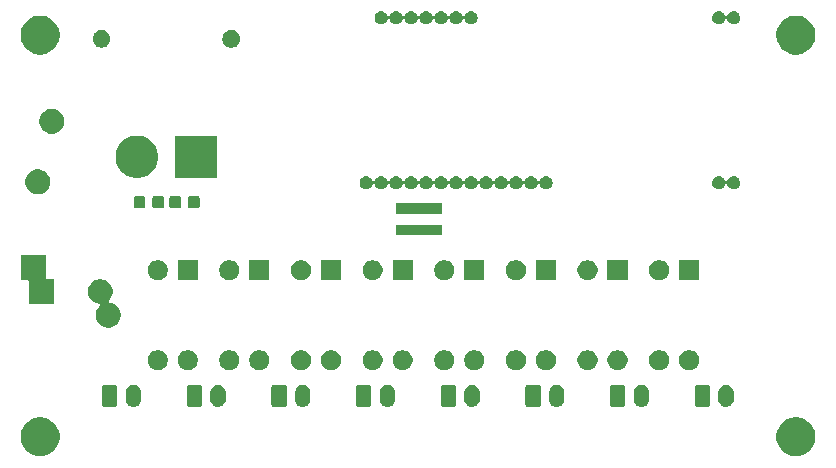
<source format=gts>
G04 #@! TF.GenerationSoftware,KiCad,Pcbnew,(5.1.5)-3*
G04 #@! TF.CreationDate,2020-11-15T00:32:02+09:00*
G04 #@! TF.ProjectId,shield_servo_adc_sw_gpio_led,73686965-6c64-45f7-9365-72766f5f6164,rev?*
G04 #@! TF.SameCoordinates,PXb532b80PY717cbc0*
G04 #@! TF.FileFunction,Soldermask,Top*
G04 #@! TF.FilePolarity,Negative*
%FSLAX46Y46*%
G04 Gerber Fmt 4.6, Leading zero omitted, Abs format (unit mm)*
G04 Created by KiCad (PCBNEW (5.1.5)-3) date 2020-11-15 00:32:02*
%MOMM*%
%LPD*%
G04 APERTURE LIST*
%ADD10C,0.100000*%
G04 APERTURE END LIST*
D10*
G36*
X67375256Y-35391298D02*
G01*
X67481579Y-35412447D01*
X67782042Y-35536903D01*
X68052451Y-35717585D01*
X68282415Y-35947549D01*
X68463097Y-36217958D01*
X68587553Y-36518421D01*
X68651000Y-36837391D01*
X68651000Y-37162609D01*
X68587553Y-37481579D01*
X68463097Y-37782042D01*
X68282415Y-38052451D01*
X68052451Y-38282415D01*
X67782042Y-38463097D01*
X67481579Y-38587553D01*
X67375256Y-38608702D01*
X67162611Y-38651000D01*
X66837389Y-38651000D01*
X66624744Y-38608702D01*
X66518421Y-38587553D01*
X66217958Y-38463097D01*
X65947549Y-38282415D01*
X65717585Y-38052451D01*
X65536903Y-37782042D01*
X65412447Y-37481579D01*
X65349000Y-37162609D01*
X65349000Y-36837391D01*
X65412447Y-36518421D01*
X65536903Y-36217958D01*
X65717585Y-35947549D01*
X65947549Y-35717585D01*
X66217958Y-35536903D01*
X66518421Y-35412447D01*
X66624744Y-35391298D01*
X66837389Y-35349000D01*
X67162611Y-35349000D01*
X67375256Y-35391298D01*
G37*
G36*
X3375256Y-35391298D02*
G01*
X3481579Y-35412447D01*
X3782042Y-35536903D01*
X4052451Y-35717585D01*
X4282415Y-35947549D01*
X4463097Y-36217958D01*
X4587553Y-36518421D01*
X4651000Y-36837391D01*
X4651000Y-37162609D01*
X4587553Y-37481579D01*
X4463097Y-37782042D01*
X4282415Y-38052451D01*
X4052451Y-38282415D01*
X3782042Y-38463097D01*
X3481579Y-38587553D01*
X3375256Y-38608702D01*
X3162611Y-38651000D01*
X2837389Y-38651000D01*
X2624744Y-38608702D01*
X2518421Y-38587553D01*
X2217958Y-38463097D01*
X1947549Y-38282415D01*
X1717585Y-38052451D01*
X1536903Y-37782042D01*
X1412447Y-37481579D01*
X1349000Y-37162609D01*
X1349000Y-36837391D01*
X1412447Y-36518421D01*
X1536903Y-36217958D01*
X1717585Y-35947549D01*
X1947549Y-35717585D01*
X2217958Y-35536903D01*
X2518421Y-35412447D01*
X2624744Y-35391298D01*
X2837389Y-35349000D01*
X3162611Y-35349000D01*
X3375256Y-35391298D01*
G37*
G36*
X54039043Y-32623420D02*
G01*
X54119825Y-32647925D01*
X54161761Y-32660646D01*
X54274850Y-32721094D01*
X54373980Y-32802447D01*
X54455332Y-32901575D01*
X54515780Y-33014664D01*
X54525466Y-33046596D01*
X54553006Y-33137382D01*
X54562426Y-33233027D01*
X54562426Y-33846973D01*
X54553006Y-33942618D01*
X54525466Y-34033404D01*
X54515780Y-34065336D01*
X54455332Y-34178425D01*
X54373980Y-34277554D01*
X54274851Y-34358906D01*
X54161762Y-34419354D01*
X54129830Y-34429040D01*
X54039044Y-34456580D01*
X53911426Y-34469149D01*
X53783809Y-34456580D01*
X53693023Y-34429040D01*
X53661091Y-34419354D01*
X53548002Y-34358906D01*
X53448873Y-34277554D01*
X53367522Y-34178427D01*
X53367521Y-34178425D01*
X53307073Y-34065336D01*
X53307071Y-34065333D01*
X53294663Y-34024427D01*
X53269846Y-33942618D01*
X53260426Y-33846973D01*
X53260426Y-33233028D01*
X53269846Y-33137383D01*
X53307071Y-33014669D01*
X53307072Y-33014665D01*
X53367520Y-32901576D01*
X53448873Y-32802446D01*
X53548001Y-32721094D01*
X53661090Y-32660646D01*
X53703026Y-32647925D01*
X53783808Y-32623420D01*
X53911426Y-32610851D01*
X54039043Y-32623420D01*
G37*
G36*
X46870472Y-32623420D02*
G01*
X46951254Y-32647925D01*
X46993190Y-32660646D01*
X47106279Y-32721094D01*
X47205409Y-32802447D01*
X47286761Y-32901575D01*
X47347209Y-33014664D01*
X47356895Y-33046596D01*
X47384435Y-33137382D01*
X47393855Y-33233027D01*
X47393855Y-33846973D01*
X47384435Y-33942618D01*
X47356895Y-34033404D01*
X47347209Y-34065336D01*
X47286761Y-34178425D01*
X47205409Y-34277554D01*
X47106280Y-34358906D01*
X46993191Y-34419354D01*
X46961259Y-34429040D01*
X46870473Y-34456580D01*
X46742855Y-34469149D01*
X46615238Y-34456580D01*
X46524452Y-34429040D01*
X46492520Y-34419354D01*
X46379431Y-34358906D01*
X46280302Y-34277554D01*
X46198951Y-34178427D01*
X46198950Y-34178425D01*
X46138502Y-34065336D01*
X46138500Y-34065333D01*
X46126092Y-34024427D01*
X46101275Y-33942618D01*
X46091855Y-33846973D01*
X46091855Y-33233028D01*
X46101275Y-33137383D01*
X46138500Y-33014669D01*
X46138501Y-33014665D01*
X46198949Y-32901576D01*
X46280302Y-32802446D01*
X46379430Y-32721094D01*
X46492519Y-32660646D01*
X46534455Y-32647925D01*
X46615237Y-32623420D01*
X46742855Y-32610851D01*
X46870472Y-32623420D01*
G37*
G36*
X39701901Y-32623420D02*
G01*
X39782683Y-32647925D01*
X39824619Y-32660646D01*
X39937708Y-32721094D01*
X40036838Y-32802447D01*
X40118190Y-32901575D01*
X40178638Y-33014664D01*
X40188324Y-33046596D01*
X40215864Y-33137382D01*
X40225284Y-33233027D01*
X40225284Y-33846973D01*
X40215864Y-33942618D01*
X40188324Y-34033404D01*
X40178638Y-34065336D01*
X40118190Y-34178425D01*
X40036838Y-34277554D01*
X39937709Y-34358906D01*
X39824620Y-34419354D01*
X39792688Y-34429040D01*
X39701902Y-34456580D01*
X39574284Y-34469149D01*
X39446667Y-34456580D01*
X39355881Y-34429040D01*
X39323949Y-34419354D01*
X39210860Y-34358906D01*
X39111731Y-34277554D01*
X39030380Y-34178427D01*
X39030379Y-34178425D01*
X38969931Y-34065336D01*
X38969929Y-34065333D01*
X38957521Y-34024427D01*
X38932704Y-33942618D01*
X38923284Y-33846973D01*
X38923284Y-33233028D01*
X38932704Y-33137383D01*
X38969929Y-33014669D01*
X38969930Y-33014665D01*
X39030378Y-32901576D01*
X39111731Y-32802446D01*
X39210859Y-32721094D01*
X39323948Y-32660646D01*
X39365884Y-32647925D01*
X39446666Y-32623420D01*
X39574284Y-32610851D01*
X39701901Y-32623420D01*
G37*
G36*
X32533330Y-32623420D02*
G01*
X32614112Y-32647925D01*
X32656048Y-32660646D01*
X32769137Y-32721094D01*
X32868267Y-32802447D01*
X32949619Y-32901575D01*
X33010067Y-33014664D01*
X33019753Y-33046596D01*
X33047293Y-33137382D01*
X33056713Y-33233027D01*
X33056713Y-33846973D01*
X33047293Y-33942618D01*
X33019753Y-34033404D01*
X33010067Y-34065336D01*
X32949619Y-34178425D01*
X32868267Y-34277554D01*
X32769138Y-34358906D01*
X32656049Y-34419354D01*
X32624117Y-34429040D01*
X32533331Y-34456580D01*
X32405713Y-34469149D01*
X32278096Y-34456580D01*
X32187310Y-34429040D01*
X32155378Y-34419354D01*
X32042289Y-34358906D01*
X31943160Y-34277554D01*
X31861809Y-34178427D01*
X31861808Y-34178425D01*
X31801360Y-34065336D01*
X31801358Y-34065333D01*
X31788950Y-34024427D01*
X31764133Y-33942618D01*
X31754713Y-33846973D01*
X31754713Y-33233028D01*
X31764133Y-33137383D01*
X31801358Y-33014669D01*
X31801359Y-33014665D01*
X31861807Y-32901576D01*
X31943160Y-32802446D01*
X32042288Y-32721094D01*
X32155377Y-32660646D01*
X32197313Y-32647925D01*
X32278095Y-32623420D01*
X32405713Y-32610851D01*
X32533330Y-32623420D01*
G37*
G36*
X25364759Y-32623420D02*
G01*
X25445541Y-32647925D01*
X25487477Y-32660646D01*
X25600566Y-32721094D01*
X25699696Y-32802447D01*
X25781048Y-32901575D01*
X25841496Y-33014664D01*
X25851182Y-33046596D01*
X25878722Y-33137382D01*
X25888142Y-33233027D01*
X25888142Y-33846973D01*
X25878722Y-33942618D01*
X25851182Y-34033404D01*
X25841496Y-34065336D01*
X25781048Y-34178425D01*
X25699696Y-34277554D01*
X25600567Y-34358906D01*
X25487478Y-34419354D01*
X25455546Y-34429040D01*
X25364760Y-34456580D01*
X25237142Y-34469149D01*
X25109525Y-34456580D01*
X25018739Y-34429040D01*
X24986807Y-34419354D01*
X24873718Y-34358906D01*
X24774589Y-34277554D01*
X24693238Y-34178427D01*
X24693237Y-34178425D01*
X24632789Y-34065336D01*
X24632787Y-34065333D01*
X24620379Y-34024427D01*
X24595562Y-33942618D01*
X24586142Y-33846973D01*
X24586142Y-33233028D01*
X24595562Y-33137383D01*
X24632787Y-33014669D01*
X24632788Y-33014665D01*
X24693236Y-32901576D01*
X24774589Y-32802446D01*
X24873717Y-32721094D01*
X24986806Y-32660646D01*
X25028742Y-32647925D01*
X25109524Y-32623420D01*
X25237142Y-32610851D01*
X25364759Y-32623420D01*
G37*
G36*
X18196188Y-32623420D02*
G01*
X18276970Y-32647925D01*
X18318906Y-32660646D01*
X18431995Y-32721094D01*
X18531125Y-32802447D01*
X18612477Y-32901575D01*
X18672925Y-33014664D01*
X18682611Y-33046596D01*
X18710151Y-33137382D01*
X18719571Y-33233027D01*
X18719571Y-33846973D01*
X18710151Y-33942618D01*
X18682611Y-34033404D01*
X18672925Y-34065336D01*
X18612477Y-34178425D01*
X18531125Y-34277554D01*
X18431996Y-34358906D01*
X18318907Y-34419354D01*
X18286975Y-34429040D01*
X18196189Y-34456580D01*
X18068571Y-34469149D01*
X17940954Y-34456580D01*
X17850168Y-34429040D01*
X17818236Y-34419354D01*
X17705147Y-34358906D01*
X17606018Y-34277554D01*
X17524667Y-34178427D01*
X17524666Y-34178425D01*
X17464218Y-34065336D01*
X17464216Y-34065333D01*
X17451808Y-34024427D01*
X17426991Y-33942618D01*
X17417571Y-33846973D01*
X17417571Y-33233028D01*
X17426991Y-33137383D01*
X17464216Y-33014669D01*
X17464217Y-33014665D01*
X17524665Y-32901576D01*
X17606018Y-32802446D01*
X17705146Y-32721094D01*
X17818235Y-32660646D01*
X17860171Y-32647925D01*
X17940953Y-32623420D01*
X18068571Y-32610851D01*
X18196188Y-32623420D01*
G37*
G36*
X11027617Y-32623420D02*
G01*
X11108399Y-32647925D01*
X11150335Y-32660646D01*
X11263424Y-32721094D01*
X11362554Y-32802447D01*
X11443906Y-32901575D01*
X11504354Y-33014664D01*
X11514040Y-33046596D01*
X11541580Y-33137382D01*
X11551000Y-33233027D01*
X11551000Y-33846973D01*
X11541580Y-33942618D01*
X11514040Y-34033404D01*
X11504354Y-34065336D01*
X11443906Y-34178425D01*
X11362554Y-34277554D01*
X11263425Y-34358906D01*
X11150336Y-34419354D01*
X11118404Y-34429040D01*
X11027618Y-34456580D01*
X10900000Y-34469149D01*
X10772383Y-34456580D01*
X10681597Y-34429040D01*
X10649665Y-34419354D01*
X10536576Y-34358906D01*
X10437447Y-34277554D01*
X10356096Y-34178427D01*
X10356095Y-34178425D01*
X10295647Y-34065336D01*
X10295645Y-34065333D01*
X10283237Y-34024427D01*
X10258420Y-33942618D01*
X10249000Y-33846973D01*
X10249000Y-33233028D01*
X10258420Y-33137383D01*
X10295645Y-33014669D01*
X10295646Y-33014665D01*
X10356094Y-32901576D01*
X10437447Y-32802446D01*
X10536575Y-32721094D01*
X10649664Y-32660646D01*
X10691600Y-32647925D01*
X10772382Y-32623420D01*
X10900000Y-32610851D01*
X11027617Y-32623420D01*
G37*
G36*
X61207617Y-32623420D02*
G01*
X61288399Y-32647925D01*
X61330335Y-32660646D01*
X61443424Y-32721094D01*
X61542554Y-32802447D01*
X61623906Y-32901575D01*
X61684354Y-33014664D01*
X61694040Y-33046596D01*
X61721580Y-33137382D01*
X61731000Y-33233027D01*
X61731000Y-33846973D01*
X61721580Y-33942618D01*
X61694040Y-34033404D01*
X61684354Y-34065336D01*
X61623906Y-34178425D01*
X61542554Y-34277554D01*
X61443425Y-34358906D01*
X61330336Y-34419354D01*
X61298404Y-34429040D01*
X61207618Y-34456580D01*
X61080000Y-34469149D01*
X60952383Y-34456580D01*
X60861597Y-34429040D01*
X60829665Y-34419354D01*
X60716576Y-34358906D01*
X60617447Y-34277554D01*
X60536096Y-34178427D01*
X60536095Y-34178425D01*
X60475647Y-34065336D01*
X60475645Y-34065333D01*
X60463237Y-34024427D01*
X60438420Y-33942618D01*
X60429000Y-33846973D01*
X60429000Y-33233028D01*
X60438420Y-33137383D01*
X60475645Y-33014669D01*
X60475646Y-33014665D01*
X60536094Y-32901576D01*
X60617447Y-32802446D01*
X60716575Y-32721094D01*
X60829664Y-32660646D01*
X60871600Y-32647925D01*
X60952382Y-32623420D01*
X61080000Y-32610851D01*
X61207617Y-32623420D01*
G37*
G36*
X9391242Y-32618404D02*
G01*
X9428337Y-32629657D01*
X9462515Y-32647925D01*
X9492481Y-32672519D01*
X9517075Y-32702485D01*
X9535343Y-32736663D01*
X9546596Y-32773758D01*
X9551000Y-32818474D01*
X9551000Y-34261526D01*
X9546596Y-34306242D01*
X9535343Y-34343337D01*
X9517075Y-34377515D01*
X9492481Y-34407481D01*
X9462515Y-34432075D01*
X9428337Y-34450343D01*
X9391242Y-34461596D01*
X9346526Y-34466000D01*
X8453474Y-34466000D01*
X8408758Y-34461596D01*
X8371663Y-34450343D01*
X8337485Y-34432075D01*
X8307519Y-34407481D01*
X8282925Y-34377515D01*
X8264657Y-34343337D01*
X8253404Y-34306242D01*
X8249000Y-34261526D01*
X8249000Y-32818474D01*
X8253404Y-32773758D01*
X8264657Y-32736663D01*
X8282925Y-32702485D01*
X8307519Y-32672519D01*
X8337485Y-32647925D01*
X8371663Y-32629657D01*
X8408758Y-32618404D01*
X8453474Y-32614000D01*
X9346526Y-32614000D01*
X9391242Y-32618404D01*
G37*
G36*
X30896955Y-32618404D02*
G01*
X30934050Y-32629657D01*
X30968228Y-32647925D01*
X30998194Y-32672519D01*
X31022788Y-32702485D01*
X31041056Y-32736663D01*
X31052309Y-32773758D01*
X31056713Y-32818474D01*
X31056713Y-34261526D01*
X31052309Y-34306242D01*
X31041056Y-34343337D01*
X31022788Y-34377515D01*
X30998194Y-34407481D01*
X30968228Y-34432075D01*
X30934050Y-34450343D01*
X30896955Y-34461596D01*
X30852239Y-34466000D01*
X29959187Y-34466000D01*
X29914471Y-34461596D01*
X29877376Y-34450343D01*
X29843198Y-34432075D01*
X29813232Y-34407481D01*
X29788638Y-34377515D01*
X29770370Y-34343337D01*
X29759117Y-34306242D01*
X29754713Y-34261526D01*
X29754713Y-32818474D01*
X29759117Y-32773758D01*
X29770370Y-32736663D01*
X29788638Y-32702485D01*
X29813232Y-32672519D01*
X29843198Y-32647925D01*
X29877376Y-32629657D01*
X29914471Y-32618404D01*
X29959187Y-32614000D01*
X30852239Y-32614000D01*
X30896955Y-32618404D01*
G37*
G36*
X23728384Y-32618404D02*
G01*
X23765479Y-32629657D01*
X23799657Y-32647925D01*
X23829623Y-32672519D01*
X23854217Y-32702485D01*
X23872485Y-32736663D01*
X23883738Y-32773758D01*
X23888142Y-32818474D01*
X23888142Y-34261526D01*
X23883738Y-34306242D01*
X23872485Y-34343337D01*
X23854217Y-34377515D01*
X23829623Y-34407481D01*
X23799657Y-34432075D01*
X23765479Y-34450343D01*
X23728384Y-34461596D01*
X23683668Y-34466000D01*
X22790616Y-34466000D01*
X22745900Y-34461596D01*
X22708805Y-34450343D01*
X22674627Y-34432075D01*
X22644661Y-34407481D01*
X22620067Y-34377515D01*
X22601799Y-34343337D01*
X22590546Y-34306242D01*
X22586142Y-34261526D01*
X22586142Y-32818474D01*
X22590546Y-32773758D01*
X22601799Y-32736663D01*
X22620067Y-32702485D01*
X22644661Y-32672519D01*
X22674627Y-32647925D01*
X22708805Y-32629657D01*
X22745900Y-32618404D01*
X22790616Y-32614000D01*
X23683668Y-32614000D01*
X23728384Y-32618404D01*
G37*
G36*
X16559813Y-32618404D02*
G01*
X16596908Y-32629657D01*
X16631086Y-32647925D01*
X16661052Y-32672519D01*
X16685646Y-32702485D01*
X16703914Y-32736663D01*
X16715167Y-32773758D01*
X16719571Y-32818474D01*
X16719571Y-34261526D01*
X16715167Y-34306242D01*
X16703914Y-34343337D01*
X16685646Y-34377515D01*
X16661052Y-34407481D01*
X16631086Y-34432075D01*
X16596908Y-34450343D01*
X16559813Y-34461596D01*
X16515097Y-34466000D01*
X15622045Y-34466000D01*
X15577329Y-34461596D01*
X15540234Y-34450343D01*
X15506056Y-34432075D01*
X15476090Y-34407481D01*
X15451496Y-34377515D01*
X15433228Y-34343337D01*
X15421975Y-34306242D01*
X15417571Y-34261526D01*
X15417571Y-32818474D01*
X15421975Y-32773758D01*
X15433228Y-32736663D01*
X15451496Y-32702485D01*
X15476090Y-32672519D01*
X15506056Y-32647925D01*
X15540234Y-32629657D01*
X15577329Y-32618404D01*
X15622045Y-32614000D01*
X16515097Y-32614000D01*
X16559813Y-32618404D01*
G37*
G36*
X52402668Y-32618404D02*
G01*
X52439763Y-32629657D01*
X52473941Y-32647925D01*
X52503907Y-32672519D01*
X52528501Y-32702485D01*
X52546769Y-32736663D01*
X52558022Y-32773758D01*
X52562426Y-32818474D01*
X52562426Y-34261526D01*
X52558022Y-34306242D01*
X52546769Y-34343337D01*
X52528501Y-34377515D01*
X52503907Y-34407481D01*
X52473941Y-34432075D01*
X52439763Y-34450343D01*
X52402668Y-34461596D01*
X52357952Y-34466000D01*
X51464900Y-34466000D01*
X51420184Y-34461596D01*
X51383089Y-34450343D01*
X51348911Y-34432075D01*
X51318945Y-34407481D01*
X51294351Y-34377515D01*
X51276083Y-34343337D01*
X51264830Y-34306242D01*
X51260426Y-34261526D01*
X51260426Y-32818474D01*
X51264830Y-32773758D01*
X51276083Y-32736663D01*
X51294351Y-32702485D01*
X51318945Y-32672519D01*
X51348911Y-32647925D01*
X51383089Y-32629657D01*
X51420184Y-32618404D01*
X51464900Y-32614000D01*
X52357952Y-32614000D01*
X52402668Y-32618404D01*
G37*
G36*
X59571242Y-32618404D02*
G01*
X59608337Y-32629657D01*
X59642515Y-32647925D01*
X59672481Y-32672519D01*
X59697075Y-32702485D01*
X59715343Y-32736663D01*
X59726596Y-32773758D01*
X59731000Y-32818474D01*
X59731000Y-34261526D01*
X59726596Y-34306242D01*
X59715343Y-34343337D01*
X59697075Y-34377515D01*
X59672481Y-34407481D01*
X59642515Y-34432075D01*
X59608337Y-34450343D01*
X59571242Y-34461596D01*
X59526526Y-34466000D01*
X58633474Y-34466000D01*
X58588758Y-34461596D01*
X58551663Y-34450343D01*
X58517485Y-34432075D01*
X58487519Y-34407481D01*
X58462925Y-34377515D01*
X58444657Y-34343337D01*
X58433404Y-34306242D01*
X58429000Y-34261526D01*
X58429000Y-32818474D01*
X58433404Y-32773758D01*
X58444657Y-32736663D01*
X58462925Y-32702485D01*
X58487519Y-32672519D01*
X58517485Y-32647925D01*
X58551663Y-32629657D01*
X58588758Y-32618404D01*
X58633474Y-32614000D01*
X59526526Y-32614000D01*
X59571242Y-32618404D01*
G37*
G36*
X45234097Y-32618404D02*
G01*
X45271192Y-32629657D01*
X45305370Y-32647925D01*
X45335336Y-32672519D01*
X45359930Y-32702485D01*
X45378198Y-32736663D01*
X45389451Y-32773758D01*
X45393855Y-32818474D01*
X45393855Y-34261526D01*
X45389451Y-34306242D01*
X45378198Y-34343337D01*
X45359930Y-34377515D01*
X45335336Y-34407481D01*
X45305370Y-34432075D01*
X45271192Y-34450343D01*
X45234097Y-34461596D01*
X45189381Y-34466000D01*
X44296329Y-34466000D01*
X44251613Y-34461596D01*
X44214518Y-34450343D01*
X44180340Y-34432075D01*
X44150374Y-34407481D01*
X44125780Y-34377515D01*
X44107512Y-34343337D01*
X44096259Y-34306242D01*
X44091855Y-34261526D01*
X44091855Y-32818474D01*
X44096259Y-32773758D01*
X44107512Y-32736663D01*
X44125780Y-32702485D01*
X44150374Y-32672519D01*
X44180340Y-32647925D01*
X44214518Y-32629657D01*
X44251613Y-32618404D01*
X44296329Y-32614000D01*
X45189381Y-32614000D01*
X45234097Y-32618404D01*
G37*
G36*
X38065526Y-32618404D02*
G01*
X38102621Y-32629657D01*
X38136799Y-32647925D01*
X38166765Y-32672519D01*
X38191359Y-32702485D01*
X38209627Y-32736663D01*
X38220880Y-32773758D01*
X38225284Y-32818474D01*
X38225284Y-34261526D01*
X38220880Y-34306242D01*
X38209627Y-34343337D01*
X38191359Y-34377515D01*
X38166765Y-34407481D01*
X38136799Y-34432075D01*
X38102621Y-34450343D01*
X38065526Y-34461596D01*
X38020810Y-34466000D01*
X37127758Y-34466000D01*
X37083042Y-34461596D01*
X37045947Y-34450343D01*
X37011769Y-34432075D01*
X36981803Y-34407481D01*
X36957209Y-34377515D01*
X36938941Y-34343337D01*
X36927688Y-34306242D01*
X36923284Y-34261526D01*
X36923284Y-32818474D01*
X36927688Y-32773758D01*
X36938941Y-32736663D01*
X36957209Y-32702485D01*
X36981803Y-32672519D01*
X37011769Y-32647925D01*
X37045947Y-32629657D01*
X37083042Y-32618404D01*
X37127758Y-32614000D01*
X38020810Y-32614000D01*
X38065526Y-32618404D01*
G37*
G36*
X31405103Y-29701703D02*
G01*
X31559975Y-29765853D01*
X31699356Y-29858985D01*
X31817890Y-29977519D01*
X31911022Y-30116900D01*
X31975172Y-30271772D01*
X32007875Y-30436184D01*
X32007875Y-30603816D01*
X31975172Y-30768228D01*
X31911022Y-30923100D01*
X31817890Y-31062481D01*
X31699356Y-31181015D01*
X31559975Y-31274147D01*
X31405103Y-31338297D01*
X31240691Y-31371000D01*
X31073059Y-31371000D01*
X30908647Y-31338297D01*
X30753775Y-31274147D01*
X30614394Y-31181015D01*
X30495860Y-31062481D01*
X30402728Y-30923100D01*
X30338578Y-30768228D01*
X30305875Y-30603816D01*
X30305875Y-30436184D01*
X30338578Y-30271772D01*
X30402728Y-30116900D01*
X30495860Y-29977519D01*
X30614394Y-29858985D01*
X30753775Y-29765853D01*
X30908647Y-29701703D01*
X31073059Y-29669000D01*
X31240691Y-29669000D01*
X31405103Y-29701703D01*
G37*
G36*
X13208228Y-29701703D02*
G01*
X13363100Y-29765853D01*
X13502481Y-29858985D01*
X13621015Y-29977519D01*
X13714147Y-30116900D01*
X13778297Y-30271772D01*
X13811000Y-30436184D01*
X13811000Y-30603816D01*
X13778297Y-30768228D01*
X13714147Y-30923100D01*
X13621015Y-31062481D01*
X13502481Y-31181015D01*
X13363100Y-31274147D01*
X13208228Y-31338297D01*
X13043816Y-31371000D01*
X12876184Y-31371000D01*
X12711772Y-31338297D01*
X12556900Y-31274147D01*
X12417519Y-31181015D01*
X12298985Y-31062481D01*
X12205853Y-30923100D01*
X12141703Y-30768228D01*
X12109000Y-30603816D01*
X12109000Y-30436184D01*
X12141703Y-30271772D01*
X12205853Y-30116900D01*
X12298985Y-29977519D01*
X12417519Y-29858985D01*
X12556900Y-29765853D01*
X12711772Y-29701703D01*
X12876184Y-29669000D01*
X13043816Y-29669000D01*
X13208228Y-29701703D01*
G37*
G36*
X15748228Y-29701703D02*
G01*
X15903100Y-29765853D01*
X16042481Y-29858985D01*
X16161015Y-29977519D01*
X16254147Y-30116900D01*
X16318297Y-30271772D01*
X16351000Y-30436184D01*
X16351000Y-30603816D01*
X16318297Y-30768228D01*
X16254147Y-30923100D01*
X16161015Y-31062481D01*
X16042481Y-31181015D01*
X15903100Y-31274147D01*
X15748228Y-31338297D01*
X15583816Y-31371000D01*
X15416184Y-31371000D01*
X15251772Y-31338297D01*
X15096900Y-31274147D01*
X14957519Y-31181015D01*
X14838985Y-31062481D01*
X14745853Y-30923100D01*
X14681703Y-30768228D01*
X14649000Y-30603816D01*
X14649000Y-30436184D01*
X14681703Y-30271772D01*
X14745853Y-30116900D01*
X14838985Y-29977519D01*
X14957519Y-29858985D01*
X15096900Y-29765853D01*
X15251772Y-29701703D01*
X15416184Y-29669000D01*
X15583816Y-29669000D01*
X15748228Y-29701703D01*
G37*
G36*
X21813853Y-29701703D02*
G01*
X21968725Y-29765853D01*
X22108106Y-29858985D01*
X22226640Y-29977519D01*
X22319772Y-30116900D01*
X22383922Y-30271772D01*
X22416625Y-30436184D01*
X22416625Y-30603816D01*
X22383922Y-30768228D01*
X22319772Y-30923100D01*
X22226640Y-31062481D01*
X22108106Y-31181015D01*
X21968725Y-31274147D01*
X21813853Y-31338297D01*
X21649441Y-31371000D01*
X21481809Y-31371000D01*
X21317397Y-31338297D01*
X21162525Y-31274147D01*
X21023144Y-31181015D01*
X20904610Y-31062481D01*
X20811478Y-30923100D01*
X20747328Y-30768228D01*
X20714625Y-30603816D01*
X20714625Y-30436184D01*
X20747328Y-30271772D01*
X20811478Y-30116900D01*
X20904610Y-29977519D01*
X21023144Y-29858985D01*
X21162525Y-29765853D01*
X21317397Y-29701703D01*
X21481809Y-29669000D01*
X21649441Y-29669000D01*
X21813853Y-29701703D01*
G37*
G36*
X25339478Y-29701703D02*
G01*
X25494350Y-29765853D01*
X25633731Y-29858985D01*
X25752265Y-29977519D01*
X25845397Y-30116900D01*
X25909547Y-30271772D01*
X25942250Y-30436184D01*
X25942250Y-30603816D01*
X25909547Y-30768228D01*
X25845397Y-30923100D01*
X25752265Y-31062481D01*
X25633731Y-31181015D01*
X25494350Y-31274147D01*
X25339478Y-31338297D01*
X25175066Y-31371000D01*
X25007434Y-31371000D01*
X24843022Y-31338297D01*
X24688150Y-31274147D01*
X24548769Y-31181015D01*
X24430235Y-31062481D01*
X24337103Y-30923100D01*
X24272953Y-30768228D01*
X24240250Y-30603816D01*
X24240250Y-30436184D01*
X24272953Y-30271772D01*
X24337103Y-30116900D01*
X24430235Y-29977519D01*
X24548769Y-29858985D01*
X24688150Y-29765853D01*
X24843022Y-29701703D01*
X25007434Y-29669000D01*
X25175066Y-29669000D01*
X25339478Y-29701703D01*
G37*
G36*
X27879478Y-29701703D02*
G01*
X28034350Y-29765853D01*
X28173731Y-29858985D01*
X28292265Y-29977519D01*
X28385397Y-30116900D01*
X28449547Y-30271772D01*
X28482250Y-30436184D01*
X28482250Y-30603816D01*
X28449547Y-30768228D01*
X28385397Y-30923100D01*
X28292265Y-31062481D01*
X28173731Y-31181015D01*
X28034350Y-31274147D01*
X27879478Y-31338297D01*
X27715066Y-31371000D01*
X27547434Y-31371000D01*
X27383022Y-31338297D01*
X27228150Y-31274147D01*
X27088769Y-31181015D01*
X26970235Y-31062481D01*
X26877103Y-30923100D01*
X26812953Y-30768228D01*
X26780250Y-30603816D01*
X26780250Y-30436184D01*
X26812953Y-30271772D01*
X26877103Y-30116900D01*
X26970235Y-29977519D01*
X27088769Y-29858985D01*
X27228150Y-29765853D01*
X27383022Y-29701703D01*
X27547434Y-29669000D01*
X27715066Y-29669000D01*
X27879478Y-29701703D01*
G37*
G36*
X58207603Y-29701703D02*
G01*
X58362475Y-29765853D01*
X58501856Y-29858985D01*
X58620390Y-29977519D01*
X58713522Y-30116900D01*
X58777672Y-30271772D01*
X58810375Y-30436184D01*
X58810375Y-30603816D01*
X58777672Y-30768228D01*
X58713522Y-30923100D01*
X58620390Y-31062481D01*
X58501856Y-31181015D01*
X58362475Y-31274147D01*
X58207603Y-31338297D01*
X58043191Y-31371000D01*
X57875559Y-31371000D01*
X57711147Y-31338297D01*
X57556275Y-31274147D01*
X57416894Y-31181015D01*
X57298360Y-31062481D01*
X57205228Y-30923100D01*
X57141078Y-30768228D01*
X57108375Y-30603816D01*
X57108375Y-30436184D01*
X57141078Y-30271772D01*
X57205228Y-30116900D01*
X57298360Y-29977519D01*
X57416894Y-29858985D01*
X57556275Y-29765853D01*
X57711147Y-29701703D01*
X57875559Y-29669000D01*
X58043191Y-29669000D01*
X58207603Y-29701703D01*
G37*
G36*
X55667603Y-29701703D02*
G01*
X55822475Y-29765853D01*
X55961856Y-29858985D01*
X56080390Y-29977519D01*
X56173522Y-30116900D01*
X56237672Y-30271772D01*
X56270375Y-30436184D01*
X56270375Y-30603816D01*
X56237672Y-30768228D01*
X56173522Y-30923100D01*
X56080390Y-31062481D01*
X55961856Y-31181015D01*
X55822475Y-31274147D01*
X55667603Y-31338297D01*
X55503191Y-31371000D01*
X55335559Y-31371000D01*
X55171147Y-31338297D01*
X55016275Y-31274147D01*
X54876894Y-31181015D01*
X54758360Y-31062481D01*
X54665228Y-30923100D01*
X54601078Y-30768228D01*
X54568375Y-30603816D01*
X54568375Y-30436184D01*
X54601078Y-30271772D01*
X54665228Y-30116900D01*
X54758360Y-29977519D01*
X54876894Y-29858985D01*
X55016275Y-29765853D01*
X55171147Y-29701703D01*
X55335559Y-29669000D01*
X55503191Y-29669000D01*
X55667603Y-29701703D01*
G37*
G36*
X49601978Y-29701703D02*
G01*
X49756850Y-29765853D01*
X49896231Y-29858985D01*
X50014765Y-29977519D01*
X50107897Y-30116900D01*
X50172047Y-30271772D01*
X50204750Y-30436184D01*
X50204750Y-30603816D01*
X50172047Y-30768228D01*
X50107897Y-30923100D01*
X50014765Y-31062481D01*
X49896231Y-31181015D01*
X49756850Y-31274147D01*
X49601978Y-31338297D01*
X49437566Y-31371000D01*
X49269934Y-31371000D01*
X49105522Y-31338297D01*
X48950650Y-31274147D01*
X48811269Y-31181015D01*
X48692735Y-31062481D01*
X48599603Y-30923100D01*
X48535453Y-30768228D01*
X48502750Y-30603816D01*
X48502750Y-30436184D01*
X48535453Y-30271772D01*
X48599603Y-30116900D01*
X48692735Y-29977519D01*
X48811269Y-29858985D01*
X48950650Y-29765853D01*
X49105522Y-29701703D01*
X49269934Y-29669000D01*
X49437566Y-29669000D01*
X49601978Y-29701703D01*
G37*
G36*
X46076353Y-29701703D02*
G01*
X46231225Y-29765853D01*
X46370606Y-29858985D01*
X46489140Y-29977519D01*
X46582272Y-30116900D01*
X46646422Y-30271772D01*
X46679125Y-30436184D01*
X46679125Y-30603816D01*
X46646422Y-30768228D01*
X46582272Y-30923100D01*
X46489140Y-31062481D01*
X46370606Y-31181015D01*
X46231225Y-31274147D01*
X46076353Y-31338297D01*
X45911941Y-31371000D01*
X45744309Y-31371000D01*
X45579897Y-31338297D01*
X45425025Y-31274147D01*
X45285644Y-31181015D01*
X45167110Y-31062481D01*
X45073978Y-30923100D01*
X45009828Y-30768228D01*
X44977125Y-30603816D01*
X44977125Y-30436184D01*
X45009828Y-30271772D01*
X45073978Y-30116900D01*
X45167110Y-29977519D01*
X45285644Y-29858985D01*
X45425025Y-29765853D01*
X45579897Y-29701703D01*
X45744309Y-29669000D01*
X45911941Y-29669000D01*
X46076353Y-29701703D01*
G37*
G36*
X43536353Y-29701703D02*
G01*
X43691225Y-29765853D01*
X43830606Y-29858985D01*
X43949140Y-29977519D01*
X44042272Y-30116900D01*
X44106422Y-30271772D01*
X44139125Y-30436184D01*
X44139125Y-30603816D01*
X44106422Y-30768228D01*
X44042272Y-30923100D01*
X43949140Y-31062481D01*
X43830606Y-31181015D01*
X43691225Y-31274147D01*
X43536353Y-31338297D01*
X43371941Y-31371000D01*
X43204309Y-31371000D01*
X43039897Y-31338297D01*
X42885025Y-31274147D01*
X42745644Y-31181015D01*
X42627110Y-31062481D01*
X42533978Y-30923100D01*
X42469828Y-30768228D01*
X42437125Y-30603816D01*
X42437125Y-30436184D01*
X42469828Y-30271772D01*
X42533978Y-30116900D01*
X42627110Y-29977519D01*
X42745644Y-29858985D01*
X42885025Y-29765853D01*
X43039897Y-29701703D01*
X43204309Y-29669000D01*
X43371941Y-29669000D01*
X43536353Y-29701703D01*
G37*
G36*
X19273853Y-29701703D02*
G01*
X19428725Y-29765853D01*
X19568106Y-29858985D01*
X19686640Y-29977519D01*
X19779772Y-30116900D01*
X19843922Y-30271772D01*
X19876625Y-30436184D01*
X19876625Y-30603816D01*
X19843922Y-30768228D01*
X19779772Y-30923100D01*
X19686640Y-31062481D01*
X19568106Y-31181015D01*
X19428725Y-31274147D01*
X19273853Y-31338297D01*
X19109441Y-31371000D01*
X18941809Y-31371000D01*
X18777397Y-31338297D01*
X18622525Y-31274147D01*
X18483144Y-31181015D01*
X18364610Y-31062481D01*
X18271478Y-30923100D01*
X18207328Y-30768228D01*
X18174625Y-30603816D01*
X18174625Y-30436184D01*
X18207328Y-30271772D01*
X18271478Y-30116900D01*
X18364610Y-29977519D01*
X18483144Y-29858985D01*
X18622525Y-29765853D01*
X18777397Y-29701703D01*
X18941809Y-29669000D01*
X19109441Y-29669000D01*
X19273853Y-29701703D01*
G37*
G36*
X40010728Y-29701703D02*
G01*
X40165600Y-29765853D01*
X40304981Y-29858985D01*
X40423515Y-29977519D01*
X40516647Y-30116900D01*
X40580797Y-30271772D01*
X40613500Y-30436184D01*
X40613500Y-30603816D01*
X40580797Y-30768228D01*
X40516647Y-30923100D01*
X40423515Y-31062481D01*
X40304981Y-31181015D01*
X40165600Y-31274147D01*
X40010728Y-31338297D01*
X39846316Y-31371000D01*
X39678684Y-31371000D01*
X39514272Y-31338297D01*
X39359400Y-31274147D01*
X39220019Y-31181015D01*
X39101485Y-31062481D01*
X39008353Y-30923100D01*
X38944203Y-30768228D01*
X38911500Y-30603816D01*
X38911500Y-30436184D01*
X38944203Y-30271772D01*
X39008353Y-30116900D01*
X39101485Y-29977519D01*
X39220019Y-29858985D01*
X39359400Y-29765853D01*
X39514272Y-29701703D01*
X39678684Y-29669000D01*
X39846316Y-29669000D01*
X40010728Y-29701703D01*
G37*
G36*
X37470728Y-29701703D02*
G01*
X37625600Y-29765853D01*
X37764981Y-29858985D01*
X37883515Y-29977519D01*
X37976647Y-30116900D01*
X38040797Y-30271772D01*
X38073500Y-30436184D01*
X38073500Y-30603816D01*
X38040797Y-30768228D01*
X37976647Y-30923100D01*
X37883515Y-31062481D01*
X37764981Y-31181015D01*
X37625600Y-31274147D01*
X37470728Y-31338297D01*
X37306316Y-31371000D01*
X37138684Y-31371000D01*
X36974272Y-31338297D01*
X36819400Y-31274147D01*
X36680019Y-31181015D01*
X36561485Y-31062481D01*
X36468353Y-30923100D01*
X36404203Y-30768228D01*
X36371500Y-30603816D01*
X36371500Y-30436184D01*
X36404203Y-30271772D01*
X36468353Y-30116900D01*
X36561485Y-29977519D01*
X36680019Y-29858985D01*
X36819400Y-29765853D01*
X36974272Y-29701703D01*
X37138684Y-29669000D01*
X37306316Y-29669000D01*
X37470728Y-29701703D01*
G37*
G36*
X33945103Y-29701703D02*
G01*
X34099975Y-29765853D01*
X34239356Y-29858985D01*
X34357890Y-29977519D01*
X34451022Y-30116900D01*
X34515172Y-30271772D01*
X34547875Y-30436184D01*
X34547875Y-30603816D01*
X34515172Y-30768228D01*
X34451022Y-30923100D01*
X34357890Y-31062481D01*
X34239356Y-31181015D01*
X34099975Y-31274147D01*
X33945103Y-31338297D01*
X33780691Y-31371000D01*
X33613059Y-31371000D01*
X33448647Y-31338297D01*
X33293775Y-31274147D01*
X33154394Y-31181015D01*
X33035860Y-31062481D01*
X32942728Y-30923100D01*
X32878578Y-30768228D01*
X32845875Y-30603816D01*
X32845875Y-30436184D01*
X32878578Y-30271772D01*
X32942728Y-30116900D01*
X33035860Y-29977519D01*
X33154394Y-29858985D01*
X33293775Y-29765853D01*
X33448647Y-29701703D01*
X33613059Y-29669000D01*
X33780691Y-29669000D01*
X33945103Y-29701703D01*
G37*
G36*
X52141978Y-29701703D02*
G01*
X52296850Y-29765853D01*
X52436231Y-29858985D01*
X52554765Y-29977519D01*
X52647897Y-30116900D01*
X52712047Y-30271772D01*
X52744750Y-30436184D01*
X52744750Y-30603816D01*
X52712047Y-30768228D01*
X52647897Y-30923100D01*
X52554765Y-31062481D01*
X52436231Y-31181015D01*
X52296850Y-31274147D01*
X52141978Y-31338297D01*
X51977566Y-31371000D01*
X51809934Y-31371000D01*
X51645522Y-31338297D01*
X51490650Y-31274147D01*
X51351269Y-31181015D01*
X51232735Y-31062481D01*
X51139603Y-30923100D01*
X51075453Y-30768228D01*
X51042750Y-30603816D01*
X51042750Y-30436184D01*
X51075453Y-30271772D01*
X51139603Y-30116900D01*
X51232735Y-29977519D01*
X51351269Y-29858985D01*
X51490650Y-29765853D01*
X51645522Y-29701703D01*
X51809934Y-29669000D01*
X51977566Y-29669000D01*
X52141978Y-29701703D01*
G37*
G36*
X8406564Y-23689389D02*
G01*
X8597833Y-23768615D01*
X8597835Y-23768616D01*
X8686955Y-23828164D01*
X8769973Y-23883635D01*
X8916365Y-24030027D01*
X9031385Y-24202167D01*
X9110611Y-24393436D01*
X9151000Y-24596484D01*
X9151000Y-24803516D01*
X9110611Y-25006564D01*
X9031385Y-25197833D01*
X8916365Y-25369973D01*
X8842240Y-25444098D01*
X8826695Y-25463040D01*
X8815144Y-25484651D01*
X8808031Y-25508100D01*
X8805629Y-25532486D01*
X8808031Y-25556872D01*
X8815144Y-25580321D01*
X8826695Y-25601932D01*
X8842240Y-25620874D01*
X8861182Y-25636419D01*
X8882793Y-25647970D01*
X8906242Y-25655083D01*
X9078708Y-25689389D01*
X9269977Y-25768615D01*
X9269979Y-25768616D01*
X9285708Y-25779126D01*
X9442117Y-25883635D01*
X9588509Y-26030027D01*
X9703529Y-26202167D01*
X9782755Y-26393436D01*
X9823144Y-26596484D01*
X9823144Y-26803516D01*
X9782755Y-27006564D01*
X9703529Y-27197833D01*
X9703528Y-27197835D01*
X9588509Y-27369973D01*
X9442117Y-27516365D01*
X9269979Y-27631384D01*
X9269978Y-27631385D01*
X9269977Y-27631385D01*
X9078708Y-27710611D01*
X8875660Y-27751000D01*
X8668628Y-27751000D01*
X8465580Y-27710611D01*
X8274311Y-27631385D01*
X8274310Y-27631385D01*
X8274309Y-27631384D01*
X8102171Y-27516365D01*
X7955779Y-27369973D01*
X7840760Y-27197835D01*
X7840759Y-27197833D01*
X7761533Y-27006564D01*
X7721144Y-26803516D01*
X7721144Y-26596484D01*
X7761533Y-26393436D01*
X7840759Y-26202167D01*
X7955779Y-26030027D01*
X8029904Y-25955902D01*
X8045449Y-25936960D01*
X8057000Y-25915349D01*
X8064113Y-25891900D01*
X8066515Y-25867514D01*
X8064113Y-25843128D01*
X8057000Y-25819679D01*
X8045449Y-25798068D01*
X8029904Y-25779126D01*
X8010962Y-25763581D01*
X7989351Y-25752030D01*
X7965902Y-25744917D01*
X7793436Y-25710611D01*
X7602167Y-25631385D01*
X7602166Y-25631385D01*
X7602165Y-25631384D01*
X7430027Y-25516365D01*
X7283635Y-25369973D01*
X7168616Y-25197835D01*
X7168615Y-25197833D01*
X7089389Y-25006564D01*
X7049000Y-24803516D01*
X7049000Y-24596484D01*
X7089389Y-24393436D01*
X7168615Y-24202167D01*
X7283635Y-24030027D01*
X7430027Y-23883635D01*
X7513045Y-23828164D01*
X7602165Y-23768616D01*
X7602167Y-23768615D01*
X7793436Y-23689389D01*
X7996484Y-23649000D01*
X8203516Y-23649000D01*
X8406564Y-23689389D01*
G37*
G36*
X3478856Y-23524001D02*
G01*
X3481258Y-23548387D01*
X3488371Y-23571836D01*
X3499922Y-23593447D01*
X3515467Y-23612389D01*
X3534409Y-23627934D01*
X3556020Y-23639485D01*
X3579469Y-23646598D01*
X3603855Y-23649000D01*
X4151000Y-23649000D01*
X4151000Y-25751000D01*
X2049000Y-25751000D01*
X2049000Y-23875999D01*
X2046598Y-23851613D01*
X2039485Y-23828164D01*
X2027934Y-23806553D01*
X2012389Y-23787611D01*
X1993447Y-23772066D01*
X1971836Y-23760515D01*
X1948387Y-23753402D01*
X1924001Y-23751000D01*
X1376856Y-23751000D01*
X1376856Y-21649000D01*
X3478856Y-21649000D01*
X3478856Y-23524001D01*
G37*
G36*
X55667603Y-22081703D02*
G01*
X55822475Y-22145853D01*
X55961856Y-22238985D01*
X56080390Y-22357519D01*
X56173522Y-22496900D01*
X56237672Y-22651772D01*
X56270375Y-22816184D01*
X56270375Y-22983816D01*
X56237672Y-23148228D01*
X56173522Y-23303100D01*
X56080390Y-23442481D01*
X55961856Y-23561015D01*
X55822475Y-23654147D01*
X55667603Y-23718297D01*
X55503191Y-23751000D01*
X55335559Y-23751000D01*
X55171147Y-23718297D01*
X55016275Y-23654147D01*
X54876894Y-23561015D01*
X54758360Y-23442481D01*
X54665228Y-23303100D01*
X54601078Y-23148228D01*
X54568375Y-22983816D01*
X54568375Y-22816184D01*
X54601078Y-22651772D01*
X54665228Y-22496900D01*
X54758360Y-22357519D01*
X54876894Y-22238985D01*
X55016275Y-22145853D01*
X55171147Y-22081703D01*
X55335559Y-22049000D01*
X55503191Y-22049000D01*
X55667603Y-22081703D01*
G37*
G36*
X58810375Y-23751000D02*
G01*
X57108375Y-23751000D01*
X57108375Y-22049000D01*
X58810375Y-22049000D01*
X58810375Y-23751000D01*
G37*
G36*
X49601978Y-22081703D02*
G01*
X49756850Y-22145853D01*
X49896231Y-22238985D01*
X50014765Y-22357519D01*
X50107897Y-22496900D01*
X50172047Y-22651772D01*
X50204750Y-22816184D01*
X50204750Y-22983816D01*
X50172047Y-23148228D01*
X50107897Y-23303100D01*
X50014765Y-23442481D01*
X49896231Y-23561015D01*
X49756850Y-23654147D01*
X49601978Y-23718297D01*
X49437566Y-23751000D01*
X49269934Y-23751000D01*
X49105522Y-23718297D01*
X48950650Y-23654147D01*
X48811269Y-23561015D01*
X48692735Y-23442481D01*
X48599603Y-23303100D01*
X48535453Y-23148228D01*
X48502750Y-22983816D01*
X48502750Y-22816184D01*
X48535453Y-22651772D01*
X48599603Y-22496900D01*
X48692735Y-22357519D01*
X48811269Y-22238985D01*
X48950650Y-22145853D01*
X49105522Y-22081703D01*
X49269934Y-22049000D01*
X49437566Y-22049000D01*
X49601978Y-22081703D01*
G37*
G36*
X52744750Y-23751000D02*
G01*
X51042750Y-23751000D01*
X51042750Y-22049000D01*
X52744750Y-22049000D01*
X52744750Y-23751000D01*
G37*
G36*
X13208228Y-22081703D02*
G01*
X13363100Y-22145853D01*
X13502481Y-22238985D01*
X13621015Y-22357519D01*
X13714147Y-22496900D01*
X13778297Y-22651772D01*
X13811000Y-22816184D01*
X13811000Y-22983816D01*
X13778297Y-23148228D01*
X13714147Y-23303100D01*
X13621015Y-23442481D01*
X13502481Y-23561015D01*
X13363100Y-23654147D01*
X13208228Y-23718297D01*
X13043816Y-23751000D01*
X12876184Y-23751000D01*
X12711772Y-23718297D01*
X12556900Y-23654147D01*
X12417519Y-23561015D01*
X12298985Y-23442481D01*
X12205853Y-23303100D01*
X12141703Y-23148228D01*
X12109000Y-22983816D01*
X12109000Y-22816184D01*
X12141703Y-22651772D01*
X12205853Y-22496900D01*
X12298985Y-22357519D01*
X12417519Y-22238985D01*
X12556900Y-22145853D01*
X12711772Y-22081703D01*
X12876184Y-22049000D01*
X13043816Y-22049000D01*
X13208228Y-22081703D01*
G37*
G36*
X40613500Y-23751000D02*
G01*
X38911500Y-23751000D01*
X38911500Y-22049000D01*
X40613500Y-22049000D01*
X40613500Y-23751000D01*
G37*
G36*
X43536353Y-22081703D02*
G01*
X43691225Y-22145853D01*
X43830606Y-22238985D01*
X43949140Y-22357519D01*
X44042272Y-22496900D01*
X44106422Y-22651772D01*
X44139125Y-22816184D01*
X44139125Y-22983816D01*
X44106422Y-23148228D01*
X44042272Y-23303100D01*
X43949140Y-23442481D01*
X43830606Y-23561015D01*
X43691225Y-23654147D01*
X43536353Y-23718297D01*
X43371941Y-23751000D01*
X43204309Y-23751000D01*
X43039897Y-23718297D01*
X42885025Y-23654147D01*
X42745644Y-23561015D01*
X42627110Y-23442481D01*
X42533978Y-23303100D01*
X42469828Y-23148228D01*
X42437125Y-22983816D01*
X42437125Y-22816184D01*
X42469828Y-22651772D01*
X42533978Y-22496900D01*
X42627110Y-22357519D01*
X42745644Y-22238985D01*
X42885025Y-22145853D01*
X43039897Y-22081703D01*
X43204309Y-22049000D01*
X43371941Y-22049000D01*
X43536353Y-22081703D01*
G37*
G36*
X46679125Y-23751000D02*
G01*
X44977125Y-23751000D01*
X44977125Y-22049000D01*
X46679125Y-22049000D01*
X46679125Y-23751000D01*
G37*
G36*
X19273853Y-22081703D02*
G01*
X19428725Y-22145853D01*
X19568106Y-22238985D01*
X19686640Y-22357519D01*
X19779772Y-22496900D01*
X19843922Y-22651772D01*
X19876625Y-22816184D01*
X19876625Y-22983816D01*
X19843922Y-23148228D01*
X19779772Y-23303100D01*
X19686640Y-23442481D01*
X19568106Y-23561015D01*
X19428725Y-23654147D01*
X19273853Y-23718297D01*
X19109441Y-23751000D01*
X18941809Y-23751000D01*
X18777397Y-23718297D01*
X18622525Y-23654147D01*
X18483144Y-23561015D01*
X18364610Y-23442481D01*
X18271478Y-23303100D01*
X18207328Y-23148228D01*
X18174625Y-22983816D01*
X18174625Y-22816184D01*
X18207328Y-22651772D01*
X18271478Y-22496900D01*
X18364610Y-22357519D01*
X18483144Y-22238985D01*
X18622525Y-22145853D01*
X18777397Y-22081703D01*
X18941809Y-22049000D01*
X19109441Y-22049000D01*
X19273853Y-22081703D01*
G37*
G36*
X37470728Y-22081703D02*
G01*
X37625600Y-22145853D01*
X37764981Y-22238985D01*
X37883515Y-22357519D01*
X37976647Y-22496900D01*
X38040797Y-22651772D01*
X38073500Y-22816184D01*
X38073500Y-22983816D01*
X38040797Y-23148228D01*
X37976647Y-23303100D01*
X37883515Y-23442481D01*
X37764981Y-23561015D01*
X37625600Y-23654147D01*
X37470728Y-23718297D01*
X37306316Y-23751000D01*
X37138684Y-23751000D01*
X36974272Y-23718297D01*
X36819400Y-23654147D01*
X36680019Y-23561015D01*
X36561485Y-23442481D01*
X36468353Y-23303100D01*
X36404203Y-23148228D01*
X36371500Y-22983816D01*
X36371500Y-22816184D01*
X36404203Y-22651772D01*
X36468353Y-22496900D01*
X36561485Y-22357519D01*
X36680019Y-22238985D01*
X36819400Y-22145853D01*
X36974272Y-22081703D01*
X37138684Y-22049000D01*
X37306316Y-22049000D01*
X37470728Y-22081703D01*
G37*
G36*
X22416625Y-23751000D02*
G01*
X20714625Y-23751000D01*
X20714625Y-22049000D01*
X22416625Y-22049000D01*
X22416625Y-23751000D01*
G37*
G36*
X25339478Y-22081703D02*
G01*
X25494350Y-22145853D01*
X25633731Y-22238985D01*
X25752265Y-22357519D01*
X25845397Y-22496900D01*
X25909547Y-22651772D01*
X25942250Y-22816184D01*
X25942250Y-22983816D01*
X25909547Y-23148228D01*
X25845397Y-23303100D01*
X25752265Y-23442481D01*
X25633731Y-23561015D01*
X25494350Y-23654147D01*
X25339478Y-23718297D01*
X25175066Y-23751000D01*
X25007434Y-23751000D01*
X24843022Y-23718297D01*
X24688150Y-23654147D01*
X24548769Y-23561015D01*
X24430235Y-23442481D01*
X24337103Y-23303100D01*
X24272953Y-23148228D01*
X24240250Y-22983816D01*
X24240250Y-22816184D01*
X24272953Y-22651772D01*
X24337103Y-22496900D01*
X24430235Y-22357519D01*
X24548769Y-22238985D01*
X24688150Y-22145853D01*
X24843022Y-22081703D01*
X25007434Y-22049000D01*
X25175066Y-22049000D01*
X25339478Y-22081703D01*
G37*
G36*
X28482250Y-23751000D02*
G01*
X26780250Y-23751000D01*
X26780250Y-22049000D01*
X28482250Y-22049000D01*
X28482250Y-23751000D01*
G37*
G36*
X34547875Y-23751000D02*
G01*
X32845875Y-23751000D01*
X32845875Y-22049000D01*
X34547875Y-22049000D01*
X34547875Y-23751000D01*
G37*
G36*
X16351000Y-23751000D02*
G01*
X14649000Y-23751000D01*
X14649000Y-22049000D01*
X16351000Y-22049000D01*
X16351000Y-23751000D01*
G37*
G36*
X31405103Y-22081703D02*
G01*
X31559975Y-22145853D01*
X31699356Y-22238985D01*
X31817890Y-22357519D01*
X31911022Y-22496900D01*
X31975172Y-22651772D01*
X32007875Y-22816184D01*
X32007875Y-22983816D01*
X31975172Y-23148228D01*
X31911022Y-23303100D01*
X31817890Y-23442481D01*
X31699356Y-23561015D01*
X31559975Y-23654147D01*
X31405103Y-23718297D01*
X31240691Y-23751000D01*
X31073059Y-23751000D01*
X30908647Y-23718297D01*
X30753775Y-23654147D01*
X30614394Y-23561015D01*
X30495860Y-23442481D01*
X30402728Y-23303100D01*
X30338578Y-23148228D01*
X30305875Y-22983816D01*
X30305875Y-22816184D01*
X30338578Y-22651772D01*
X30402728Y-22496900D01*
X30495860Y-22357519D01*
X30614394Y-22238985D01*
X30753775Y-22145853D01*
X30908647Y-22081703D01*
X31073059Y-22049000D01*
X31240691Y-22049000D01*
X31405103Y-22081703D01*
G37*
G36*
X37051000Y-19951000D02*
G01*
X33149000Y-19951000D01*
X33149000Y-19049000D01*
X37051000Y-19049000D01*
X37051000Y-19951000D01*
G37*
G36*
X37051000Y-18151000D02*
G01*
X33149000Y-18151000D01*
X33149000Y-17249000D01*
X37051000Y-17249000D01*
X37051000Y-18151000D01*
G37*
G36*
X11772091Y-16623085D02*
G01*
X11806069Y-16633393D01*
X11837390Y-16650134D01*
X11864839Y-16672661D01*
X11887366Y-16700110D01*
X11904107Y-16731431D01*
X11914415Y-16765409D01*
X11918500Y-16806890D01*
X11918500Y-17483110D01*
X11914415Y-17524591D01*
X11904107Y-17558569D01*
X11887366Y-17589890D01*
X11864839Y-17617339D01*
X11837390Y-17639866D01*
X11806069Y-17656607D01*
X11772091Y-17666915D01*
X11730610Y-17671000D01*
X11129390Y-17671000D01*
X11087909Y-17666915D01*
X11053931Y-17656607D01*
X11022610Y-17639866D01*
X10995161Y-17617339D01*
X10972634Y-17589890D01*
X10955893Y-17558569D01*
X10945585Y-17524591D01*
X10941500Y-17483110D01*
X10941500Y-16806890D01*
X10945585Y-16765409D01*
X10955893Y-16731431D01*
X10972634Y-16700110D01*
X10995161Y-16672661D01*
X11022610Y-16650134D01*
X11053931Y-16633393D01*
X11087909Y-16623085D01*
X11129390Y-16619000D01*
X11730610Y-16619000D01*
X11772091Y-16623085D01*
G37*
G36*
X14794591Y-16623085D02*
G01*
X14828569Y-16633393D01*
X14859890Y-16650134D01*
X14887339Y-16672661D01*
X14909866Y-16700110D01*
X14926607Y-16731431D01*
X14936915Y-16765409D01*
X14941000Y-16806890D01*
X14941000Y-17483110D01*
X14936915Y-17524591D01*
X14926607Y-17558569D01*
X14909866Y-17589890D01*
X14887339Y-17617339D01*
X14859890Y-17639866D01*
X14828569Y-17656607D01*
X14794591Y-17666915D01*
X14753110Y-17671000D01*
X14151890Y-17671000D01*
X14110409Y-17666915D01*
X14076431Y-17656607D01*
X14045110Y-17639866D01*
X14017661Y-17617339D01*
X13995134Y-17589890D01*
X13978393Y-17558569D01*
X13968085Y-17524591D01*
X13964000Y-17483110D01*
X13964000Y-16806890D01*
X13968085Y-16765409D01*
X13978393Y-16731431D01*
X13995134Y-16700110D01*
X14017661Y-16672661D01*
X14045110Y-16650134D01*
X14076431Y-16633393D01*
X14110409Y-16623085D01*
X14151890Y-16619000D01*
X14753110Y-16619000D01*
X14794591Y-16623085D01*
G37*
G36*
X13347091Y-16623085D02*
G01*
X13381069Y-16633393D01*
X13412390Y-16650134D01*
X13439839Y-16672661D01*
X13462366Y-16700110D01*
X13479107Y-16731431D01*
X13489415Y-16765409D01*
X13493500Y-16806890D01*
X13493500Y-17483110D01*
X13489415Y-17524591D01*
X13479107Y-17558569D01*
X13462366Y-17589890D01*
X13439839Y-17617339D01*
X13412390Y-17639866D01*
X13381069Y-17656607D01*
X13347091Y-17666915D01*
X13305610Y-17671000D01*
X12704390Y-17671000D01*
X12662909Y-17666915D01*
X12628931Y-17656607D01*
X12597610Y-17639866D01*
X12570161Y-17617339D01*
X12547634Y-17589890D01*
X12530893Y-17558569D01*
X12520585Y-17524591D01*
X12516500Y-17483110D01*
X12516500Y-16806890D01*
X12520585Y-16765409D01*
X12530893Y-16731431D01*
X12547634Y-16700110D01*
X12570161Y-16672661D01*
X12597610Y-16650134D01*
X12628931Y-16633393D01*
X12662909Y-16623085D01*
X12704390Y-16619000D01*
X13305610Y-16619000D01*
X13347091Y-16623085D01*
G37*
G36*
X16369591Y-16623085D02*
G01*
X16403569Y-16633393D01*
X16434890Y-16650134D01*
X16462339Y-16672661D01*
X16484866Y-16700110D01*
X16501607Y-16731431D01*
X16511915Y-16765409D01*
X16516000Y-16806890D01*
X16516000Y-17483110D01*
X16511915Y-17524591D01*
X16501607Y-17558569D01*
X16484866Y-17589890D01*
X16462339Y-17617339D01*
X16434890Y-17639866D01*
X16403569Y-17656607D01*
X16369591Y-17666915D01*
X16328110Y-17671000D01*
X15726890Y-17671000D01*
X15685409Y-17666915D01*
X15651431Y-17656607D01*
X15620110Y-17639866D01*
X15592661Y-17617339D01*
X15570134Y-17589890D01*
X15553393Y-17558569D01*
X15543085Y-17524591D01*
X15539000Y-17483110D01*
X15539000Y-16806890D01*
X15543085Y-16765409D01*
X15553393Y-16731431D01*
X15570134Y-16700110D01*
X15592661Y-16672661D01*
X15620110Y-16650134D01*
X15651431Y-16633393D01*
X15685409Y-16623085D01*
X15726890Y-16619000D01*
X16328110Y-16619000D01*
X16369591Y-16623085D01*
G37*
G36*
X3006016Y-14364291D02*
G01*
X3108024Y-14384581D01*
X3300204Y-14464185D01*
X3473161Y-14579751D01*
X3620249Y-14726839D01*
X3735815Y-14899796D01*
X3815419Y-15091976D01*
X3815419Y-15091977D01*
X3856000Y-15295992D01*
X3856000Y-15504008D01*
X3837732Y-15595849D01*
X3815419Y-15708024D01*
X3735815Y-15900204D01*
X3620249Y-16073161D01*
X3473161Y-16220249D01*
X3300204Y-16335815D01*
X3108024Y-16415419D01*
X3006016Y-16435709D01*
X2904008Y-16456000D01*
X2695992Y-16456000D01*
X2593984Y-16435709D01*
X2491976Y-16415419D01*
X2299796Y-16335815D01*
X2126839Y-16220249D01*
X1979751Y-16073161D01*
X1864185Y-15900204D01*
X1784581Y-15708024D01*
X1762268Y-15595849D01*
X1744000Y-15504008D01*
X1744000Y-15295992D01*
X1784581Y-15091977D01*
X1784581Y-15091976D01*
X1864185Y-14899796D01*
X1979751Y-14726839D01*
X2126839Y-14579751D01*
X2299796Y-14464185D01*
X2491976Y-14384581D01*
X2593984Y-14364291D01*
X2695992Y-14344000D01*
X2904008Y-14344000D01*
X3006016Y-14364291D01*
G37*
G36*
X30770721Y-14955174D02*
G01*
X30870995Y-14996709D01*
X30870996Y-14996710D01*
X30961242Y-15057010D01*
X31037990Y-15133758D01*
X31037991Y-15133760D01*
X31098291Y-15224005D01*
X31129516Y-15299389D01*
X31141067Y-15321000D01*
X31156612Y-15339941D01*
X31175554Y-15355487D01*
X31197165Y-15367038D01*
X31220614Y-15374151D01*
X31245000Y-15376553D01*
X31269386Y-15374151D01*
X31292835Y-15367038D01*
X31314446Y-15355487D01*
X31333387Y-15339942D01*
X31348933Y-15321000D01*
X31360484Y-15299389D01*
X31391709Y-15224005D01*
X31452009Y-15133760D01*
X31452010Y-15133758D01*
X31528758Y-15057010D01*
X31619004Y-14996710D01*
X31619005Y-14996709D01*
X31719279Y-14955174D01*
X31825730Y-14934000D01*
X31934270Y-14934000D01*
X32040721Y-14955174D01*
X32140995Y-14996709D01*
X32140996Y-14996710D01*
X32231242Y-15057010D01*
X32307990Y-15133758D01*
X32307991Y-15133760D01*
X32368291Y-15224005D01*
X32399516Y-15299389D01*
X32411067Y-15321000D01*
X32426612Y-15339941D01*
X32445554Y-15355487D01*
X32467165Y-15367038D01*
X32490614Y-15374151D01*
X32515000Y-15376553D01*
X32539386Y-15374151D01*
X32562835Y-15367038D01*
X32584446Y-15355487D01*
X32603387Y-15339942D01*
X32618933Y-15321000D01*
X32630484Y-15299389D01*
X32661709Y-15224005D01*
X32722009Y-15133760D01*
X32722010Y-15133758D01*
X32798758Y-15057010D01*
X32889004Y-14996710D01*
X32889005Y-14996709D01*
X32989279Y-14955174D01*
X33095730Y-14934000D01*
X33204270Y-14934000D01*
X33310721Y-14955174D01*
X33410995Y-14996709D01*
X33410996Y-14996710D01*
X33501242Y-15057010D01*
X33577990Y-15133758D01*
X33577991Y-15133760D01*
X33638291Y-15224005D01*
X33669516Y-15299389D01*
X33681067Y-15321000D01*
X33696612Y-15339941D01*
X33715554Y-15355487D01*
X33737165Y-15367038D01*
X33760614Y-15374151D01*
X33785000Y-15376553D01*
X33809386Y-15374151D01*
X33832835Y-15367038D01*
X33854446Y-15355487D01*
X33873387Y-15339942D01*
X33888933Y-15321000D01*
X33900484Y-15299389D01*
X33931709Y-15224005D01*
X33992009Y-15133760D01*
X33992010Y-15133758D01*
X34068758Y-15057010D01*
X34159004Y-14996710D01*
X34159005Y-14996709D01*
X34259279Y-14955174D01*
X34365730Y-14934000D01*
X34474270Y-14934000D01*
X34580721Y-14955174D01*
X34680995Y-14996709D01*
X34680996Y-14996710D01*
X34771242Y-15057010D01*
X34847990Y-15133758D01*
X34847991Y-15133760D01*
X34908291Y-15224005D01*
X34939516Y-15299389D01*
X34951067Y-15321000D01*
X34966612Y-15339941D01*
X34985554Y-15355487D01*
X35007165Y-15367038D01*
X35030614Y-15374151D01*
X35055000Y-15376553D01*
X35079386Y-15374151D01*
X35102835Y-15367038D01*
X35124446Y-15355487D01*
X35143387Y-15339942D01*
X35158933Y-15321000D01*
X35170484Y-15299389D01*
X35201709Y-15224005D01*
X35262009Y-15133760D01*
X35262010Y-15133758D01*
X35338758Y-15057010D01*
X35429004Y-14996710D01*
X35429005Y-14996709D01*
X35529279Y-14955174D01*
X35635730Y-14934000D01*
X35744270Y-14934000D01*
X35850721Y-14955174D01*
X35950995Y-14996709D01*
X35950996Y-14996710D01*
X36041242Y-15057010D01*
X36117990Y-15133758D01*
X36117991Y-15133760D01*
X36178291Y-15224005D01*
X36209516Y-15299389D01*
X36221067Y-15321000D01*
X36236612Y-15339941D01*
X36255554Y-15355487D01*
X36277165Y-15367038D01*
X36300614Y-15374151D01*
X36325000Y-15376553D01*
X36349386Y-15374151D01*
X36372835Y-15367038D01*
X36394446Y-15355487D01*
X36413387Y-15339942D01*
X36428933Y-15321000D01*
X36440484Y-15299389D01*
X36471709Y-15224005D01*
X36532009Y-15133760D01*
X36532010Y-15133758D01*
X36608758Y-15057010D01*
X36699004Y-14996710D01*
X36699005Y-14996709D01*
X36799279Y-14955174D01*
X36905730Y-14934000D01*
X37014270Y-14934000D01*
X37120721Y-14955174D01*
X37220995Y-14996709D01*
X37220996Y-14996710D01*
X37311242Y-15057010D01*
X37387990Y-15133758D01*
X37387991Y-15133760D01*
X37448291Y-15224005D01*
X37479516Y-15299389D01*
X37491067Y-15321000D01*
X37506612Y-15339941D01*
X37525554Y-15355487D01*
X37547165Y-15367038D01*
X37570614Y-15374151D01*
X37595000Y-15376553D01*
X37619386Y-15374151D01*
X37642835Y-15367038D01*
X37664446Y-15355487D01*
X37683387Y-15339942D01*
X37698933Y-15321000D01*
X37710484Y-15299389D01*
X37741709Y-15224005D01*
X37802009Y-15133760D01*
X37802010Y-15133758D01*
X37878758Y-15057010D01*
X37969004Y-14996710D01*
X37969005Y-14996709D01*
X38069279Y-14955174D01*
X38175730Y-14934000D01*
X38284270Y-14934000D01*
X38390721Y-14955174D01*
X38490995Y-14996709D01*
X38490996Y-14996710D01*
X38581242Y-15057010D01*
X38657990Y-15133758D01*
X38657991Y-15133760D01*
X38718291Y-15224005D01*
X38749516Y-15299389D01*
X38761067Y-15321000D01*
X38776612Y-15339941D01*
X38795554Y-15355487D01*
X38817165Y-15367038D01*
X38840614Y-15374151D01*
X38865000Y-15376553D01*
X38889386Y-15374151D01*
X38912835Y-15367038D01*
X38934446Y-15355487D01*
X38953387Y-15339942D01*
X38968933Y-15321000D01*
X38980484Y-15299389D01*
X39011709Y-15224005D01*
X39072009Y-15133760D01*
X39072010Y-15133758D01*
X39148758Y-15057010D01*
X39239004Y-14996710D01*
X39239005Y-14996709D01*
X39339279Y-14955174D01*
X39445730Y-14934000D01*
X39554270Y-14934000D01*
X39660721Y-14955174D01*
X39760995Y-14996709D01*
X39760996Y-14996710D01*
X39851242Y-15057010D01*
X39927990Y-15133758D01*
X39927991Y-15133760D01*
X39988291Y-15224005D01*
X40019516Y-15299389D01*
X40031067Y-15321000D01*
X40046612Y-15339941D01*
X40065554Y-15355487D01*
X40087165Y-15367038D01*
X40110614Y-15374151D01*
X40135000Y-15376553D01*
X40159386Y-15374151D01*
X40182835Y-15367038D01*
X40204446Y-15355487D01*
X40223387Y-15339942D01*
X40238933Y-15321000D01*
X40250484Y-15299389D01*
X40281709Y-15224005D01*
X40342009Y-15133760D01*
X40342010Y-15133758D01*
X40418758Y-15057010D01*
X40509004Y-14996710D01*
X40509005Y-14996709D01*
X40609279Y-14955174D01*
X40715730Y-14934000D01*
X40824270Y-14934000D01*
X40930721Y-14955174D01*
X41030995Y-14996709D01*
X41030996Y-14996710D01*
X41121242Y-15057010D01*
X41197990Y-15133758D01*
X41197991Y-15133760D01*
X41258291Y-15224005D01*
X41289516Y-15299389D01*
X41301067Y-15321000D01*
X41316612Y-15339941D01*
X41335554Y-15355487D01*
X41357165Y-15367038D01*
X41380614Y-15374151D01*
X41405000Y-15376553D01*
X41429386Y-15374151D01*
X41452835Y-15367038D01*
X41474446Y-15355487D01*
X41493387Y-15339942D01*
X41508933Y-15321000D01*
X41520484Y-15299389D01*
X41551709Y-15224005D01*
X41612009Y-15133760D01*
X41612010Y-15133758D01*
X41688758Y-15057010D01*
X41779004Y-14996710D01*
X41779005Y-14996709D01*
X41879279Y-14955174D01*
X41985730Y-14934000D01*
X42094270Y-14934000D01*
X42200721Y-14955174D01*
X42300995Y-14996709D01*
X42300996Y-14996710D01*
X42391242Y-15057010D01*
X42467990Y-15133758D01*
X42467991Y-15133760D01*
X42528291Y-15224005D01*
X42559516Y-15299389D01*
X42571067Y-15321000D01*
X42586612Y-15339941D01*
X42605554Y-15355487D01*
X42627165Y-15367038D01*
X42650614Y-15374151D01*
X42675000Y-15376553D01*
X42699386Y-15374151D01*
X42722835Y-15367038D01*
X42744446Y-15355487D01*
X42763387Y-15339942D01*
X42778933Y-15321000D01*
X42790484Y-15299389D01*
X42821709Y-15224005D01*
X42882009Y-15133760D01*
X42882010Y-15133758D01*
X42958758Y-15057010D01*
X43049004Y-14996710D01*
X43049005Y-14996709D01*
X43149279Y-14955174D01*
X43255730Y-14934000D01*
X43364270Y-14934000D01*
X43470721Y-14955174D01*
X43570995Y-14996709D01*
X43570996Y-14996710D01*
X43661242Y-15057010D01*
X43737990Y-15133758D01*
X43737991Y-15133760D01*
X43798291Y-15224005D01*
X43829516Y-15299389D01*
X43841067Y-15321000D01*
X43856612Y-15339941D01*
X43875554Y-15355487D01*
X43897165Y-15367038D01*
X43920614Y-15374151D01*
X43945000Y-15376553D01*
X43969386Y-15374151D01*
X43992835Y-15367038D01*
X44014446Y-15355487D01*
X44033387Y-15339942D01*
X44048933Y-15321000D01*
X44060484Y-15299389D01*
X44091709Y-15224005D01*
X44152009Y-15133760D01*
X44152010Y-15133758D01*
X44228758Y-15057010D01*
X44319004Y-14996710D01*
X44319005Y-14996709D01*
X44419279Y-14955174D01*
X44525730Y-14934000D01*
X44634270Y-14934000D01*
X44740721Y-14955174D01*
X44840995Y-14996709D01*
X44840996Y-14996710D01*
X44931242Y-15057010D01*
X45007990Y-15133758D01*
X45007991Y-15133760D01*
X45068291Y-15224005D01*
X45099516Y-15299389D01*
X45111067Y-15321000D01*
X45126612Y-15339941D01*
X45145554Y-15355487D01*
X45167165Y-15367038D01*
X45190614Y-15374151D01*
X45215000Y-15376553D01*
X45239386Y-15374151D01*
X45262835Y-15367038D01*
X45284446Y-15355487D01*
X45303387Y-15339942D01*
X45318933Y-15321000D01*
X45330484Y-15299389D01*
X45361709Y-15224005D01*
X45422009Y-15133760D01*
X45422010Y-15133758D01*
X45498758Y-15057010D01*
X45589004Y-14996710D01*
X45589005Y-14996709D01*
X45689279Y-14955174D01*
X45795730Y-14934000D01*
X45904270Y-14934000D01*
X46010721Y-14955174D01*
X46110995Y-14996709D01*
X46110996Y-14996710D01*
X46201242Y-15057010D01*
X46277990Y-15133758D01*
X46277991Y-15133760D01*
X46338291Y-15224005D01*
X46379826Y-15324279D01*
X46401000Y-15430730D01*
X46401000Y-15539270D01*
X46379826Y-15645721D01*
X46338291Y-15745995D01*
X46338290Y-15745996D01*
X46277990Y-15836242D01*
X46201242Y-15912990D01*
X46155812Y-15943345D01*
X46110995Y-15973291D01*
X46010721Y-16014826D01*
X45904270Y-16036000D01*
X45795730Y-16036000D01*
X45689279Y-16014826D01*
X45589005Y-15973291D01*
X45544188Y-15943345D01*
X45498758Y-15912990D01*
X45422010Y-15836242D01*
X45361710Y-15745996D01*
X45361709Y-15745995D01*
X45330484Y-15670611D01*
X45318933Y-15649000D01*
X45303388Y-15630059D01*
X45284446Y-15614513D01*
X45262835Y-15602962D01*
X45239386Y-15595849D01*
X45215000Y-15593447D01*
X45190614Y-15595849D01*
X45167165Y-15602962D01*
X45145554Y-15614513D01*
X45126613Y-15630058D01*
X45111067Y-15649000D01*
X45099516Y-15670611D01*
X45068291Y-15745995D01*
X45068290Y-15745996D01*
X45007990Y-15836242D01*
X44931242Y-15912990D01*
X44885812Y-15943345D01*
X44840995Y-15973291D01*
X44740721Y-16014826D01*
X44634270Y-16036000D01*
X44525730Y-16036000D01*
X44419279Y-16014826D01*
X44319005Y-15973291D01*
X44274188Y-15943345D01*
X44228758Y-15912990D01*
X44152010Y-15836242D01*
X44091710Y-15745996D01*
X44091709Y-15745995D01*
X44060484Y-15670611D01*
X44048933Y-15649000D01*
X44033388Y-15630059D01*
X44014446Y-15614513D01*
X43992835Y-15602962D01*
X43969386Y-15595849D01*
X43945000Y-15593447D01*
X43920614Y-15595849D01*
X43897165Y-15602962D01*
X43875554Y-15614513D01*
X43856613Y-15630058D01*
X43841067Y-15649000D01*
X43829516Y-15670611D01*
X43798291Y-15745995D01*
X43798290Y-15745996D01*
X43737990Y-15836242D01*
X43661242Y-15912990D01*
X43615812Y-15943345D01*
X43570995Y-15973291D01*
X43470721Y-16014826D01*
X43364270Y-16036000D01*
X43255730Y-16036000D01*
X43149279Y-16014826D01*
X43049005Y-15973291D01*
X43004188Y-15943345D01*
X42958758Y-15912990D01*
X42882010Y-15836242D01*
X42821710Y-15745996D01*
X42821709Y-15745995D01*
X42790484Y-15670611D01*
X42778933Y-15649000D01*
X42763388Y-15630059D01*
X42744446Y-15614513D01*
X42722835Y-15602962D01*
X42699386Y-15595849D01*
X42675000Y-15593447D01*
X42650614Y-15595849D01*
X42627165Y-15602962D01*
X42605554Y-15614513D01*
X42586613Y-15630058D01*
X42571067Y-15649000D01*
X42559516Y-15670611D01*
X42528291Y-15745995D01*
X42528290Y-15745996D01*
X42467990Y-15836242D01*
X42391242Y-15912990D01*
X42345812Y-15943345D01*
X42300995Y-15973291D01*
X42200721Y-16014826D01*
X42094270Y-16036000D01*
X41985730Y-16036000D01*
X41879279Y-16014826D01*
X41779005Y-15973291D01*
X41734188Y-15943345D01*
X41688758Y-15912990D01*
X41612010Y-15836242D01*
X41551710Y-15745996D01*
X41551709Y-15745995D01*
X41520484Y-15670611D01*
X41508933Y-15649000D01*
X41493388Y-15630059D01*
X41474446Y-15614513D01*
X41452835Y-15602962D01*
X41429386Y-15595849D01*
X41405000Y-15593447D01*
X41380614Y-15595849D01*
X41357165Y-15602962D01*
X41335554Y-15614513D01*
X41316613Y-15630058D01*
X41301067Y-15649000D01*
X41289516Y-15670611D01*
X41258291Y-15745995D01*
X41258290Y-15745996D01*
X41197990Y-15836242D01*
X41121242Y-15912990D01*
X41075812Y-15943345D01*
X41030995Y-15973291D01*
X40930721Y-16014826D01*
X40824270Y-16036000D01*
X40715730Y-16036000D01*
X40609279Y-16014826D01*
X40509005Y-15973291D01*
X40464188Y-15943345D01*
X40418758Y-15912990D01*
X40342010Y-15836242D01*
X40281710Y-15745996D01*
X40281709Y-15745995D01*
X40250484Y-15670611D01*
X40238933Y-15649000D01*
X40223388Y-15630059D01*
X40204446Y-15614513D01*
X40182835Y-15602962D01*
X40159386Y-15595849D01*
X40135000Y-15593447D01*
X40110614Y-15595849D01*
X40087165Y-15602962D01*
X40065554Y-15614513D01*
X40046613Y-15630058D01*
X40031067Y-15649000D01*
X40019516Y-15670611D01*
X39988291Y-15745995D01*
X39988290Y-15745996D01*
X39927990Y-15836242D01*
X39851242Y-15912990D01*
X39805812Y-15943345D01*
X39760995Y-15973291D01*
X39660721Y-16014826D01*
X39554270Y-16036000D01*
X39445730Y-16036000D01*
X39339279Y-16014826D01*
X39239005Y-15973291D01*
X39194188Y-15943345D01*
X39148758Y-15912990D01*
X39072010Y-15836242D01*
X39011710Y-15745996D01*
X39011709Y-15745995D01*
X38980484Y-15670611D01*
X38968933Y-15649000D01*
X38953388Y-15630059D01*
X38934446Y-15614513D01*
X38912835Y-15602962D01*
X38889386Y-15595849D01*
X38865000Y-15593447D01*
X38840614Y-15595849D01*
X38817165Y-15602962D01*
X38795554Y-15614513D01*
X38776613Y-15630058D01*
X38761067Y-15649000D01*
X38749516Y-15670611D01*
X38718291Y-15745995D01*
X38718290Y-15745996D01*
X38657990Y-15836242D01*
X38581242Y-15912990D01*
X38535812Y-15943345D01*
X38490995Y-15973291D01*
X38390721Y-16014826D01*
X38284270Y-16036000D01*
X38175730Y-16036000D01*
X38069279Y-16014826D01*
X37969005Y-15973291D01*
X37924188Y-15943345D01*
X37878758Y-15912990D01*
X37802010Y-15836242D01*
X37741710Y-15745996D01*
X37741709Y-15745995D01*
X37710484Y-15670611D01*
X37698933Y-15649000D01*
X37683388Y-15630059D01*
X37664446Y-15614513D01*
X37642835Y-15602962D01*
X37619386Y-15595849D01*
X37595000Y-15593447D01*
X37570614Y-15595849D01*
X37547165Y-15602962D01*
X37525554Y-15614513D01*
X37506613Y-15630058D01*
X37491067Y-15649000D01*
X37479516Y-15670611D01*
X37448291Y-15745995D01*
X37448290Y-15745996D01*
X37387990Y-15836242D01*
X37311242Y-15912990D01*
X37265812Y-15943345D01*
X37220995Y-15973291D01*
X37120721Y-16014826D01*
X37014270Y-16036000D01*
X36905730Y-16036000D01*
X36799279Y-16014826D01*
X36699005Y-15973291D01*
X36654188Y-15943345D01*
X36608758Y-15912990D01*
X36532010Y-15836242D01*
X36471710Y-15745996D01*
X36471709Y-15745995D01*
X36440484Y-15670611D01*
X36428933Y-15649000D01*
X36413388Y-15630059D01*
X36394446Y-15614513D01*
X36372835Y-15602962D01*
X36349386Y-15595849D01*
X36325000Y-15593447D01*
X36300614Y-15595849D01*
X36277165Y-15602962D01*
X36255554Y-15614513D01*
X36236613Y-15630058D01*
X36221067Y-15649000D01*
X36209516Y-15670611D01*
X36178291Y-15745995D01*
X36178290Y-15745996D01*
X36117990Y-15836242D01*
X36041242Y-15912990D01*
X35995812Y-15943345D01*
X35950995Y-15973291D01*
X35850721Y-16014826D01*
X35744270Y-16036000D01*
X35635730Y-16036000D01*
X35529279Y-16014826D01*
X35429005Y-15973291D01*
X35384188Y-15943345D01*
X35338758Y-15912990D01*
X35262010Y-15836242D01*
X35201710Y-15745996D01*
X35201709Y-15745995D01*
X35170484Y-15670611D01*
X35158933Y-15649000D01*
X35143388Y-15630059D01*
X35124446Y-15614513D01*
X35102835Y-15602962D01*
X35079386Y-15595849D01*
X35055000Y-15593447D01*
X35030614Y-15595849D01*
X35007165Y-15602962D01*
X34985554Y-15614513D01*
X34966613Y-15630058D01*
X34951067Y-15649000D01*
X34939516Y-15670611D01*
X34908291Y-15745995D01*
X34908290Y-15745996D01*
X34847990Y-15836242D01*
X34771242Y-15912990D01*
X34725812Y-15943345D01*
X34680995Y-15973291D01*
X34580721Y-16014826D01*
X34474270Y-16036000D01*
X34365730Y-16036000D01*
X34259279Y-16014826D01*
X34159005Y-15973291D01*
X34114188Y-15943345D01*
X34068758Y-15912990D01*
X33992010Y-15836242D01*
X33931710Y-15745996D01*
X33931709Y-15745995D01*
X33900484Y-15670611D01*
X33888933Y-15649000D01*
X33873388Y-15630059D01*
X33854446Y-15614513D01*
X33832835Y-15602962D01*
X33809386Y-15595849D01*
X33785000Y-15593447D01*
X33760614Y-15595849D01*
X33737165Y-15602962D01*
X33715554Y-15614513D01*
X33696613Y-15630058D01*
X33681067Y-15649000D01*
X33669516Y-15670611D01*
X33638291Y-15745995D01*
X33638290Y-15745996D01*
X33577990Y-15836242D01*
X33501242Y-15912990D01*
X33455812Y-15943345D01*
X33410995Y-15973291D01*
X33310721Y-16014826D01*
X33204270Y-16036000D01*
X33095730Y-16036000D01*
X32989279Y-16014826D01*
X32889005Y-15973291D01*
X32844188Y-15943345D01*
X32798758Y-15912990D01*
X32722010Y-15836242D01*
X32661710Y-15745996D01*
X32661709Y-15745995D01*
X32630484Y-15670611D01*
X32618933Y-15649000D01*
X32603388Y-15630059D01*
X32584446Y-15614513D01*
X32562835Y-15602962D01*
X32539386Y-15595849D01*
X32515000Y-15593447D01*
X32490614Y-15595849D01*
X32467165Y-15602962D01*
X32445554Y-15614513D01*
X32426613Y-15630058D01*
X32411067Y-15649000D01*
X32399516Y-15670611D01*
X32368291Y-15745995D01*
X32368290Y-15745996D01*
X32307990Y-15836242D01*
X32231242Y-15912990D01*
X32185812Y-15943345D01*
X32140995Y-15973291D01*
X32040721Y-16014826D01*
X31934270Y-16036000D01*
X31825730Y-16036000D01*
X31719279Y-16014826D01*
X31619005Y-15973291D01*
X31574188Y-15943345D01*
X31528758Y-15912990D01*
X31452010Y-15836242D01*
X31391710Y-15745996D01*
X31391709Y-15745995D01*
X31360484Y-15670611D01*
X31348933Y-15649000D01*
X31333388Y-15630059D01*
X31314446Y-15614513D01*
X31292835Y-15602962D01*
X31269386Y-15595849D01*
X31245000Y-15593447D01*
X31220614Y-15595849D01*
X31197165Y-15602962D01*
X31175554Y-15614513D01*
X31156613Y-15630058D01*
X31141067Y-15649000D01*
X31129516Y-15670611D01*
X31098291Y-15745995D01*
X31098290Y-15745996D01*
X31037990Y-15836242D01*
X30961242Y-15912990D01*
X30915812Y-15943345D01*
X30870995Y-15973291D01*
X30770721Y-16014826D01*
X30664270Y-16036000D01*
X30555730Y-16036000D01*
X30449279Y-16014826D01*
X30349005Y-15973291D01*
X30304188Y-15943345D01*
X30258758Y-15912990D01*
X30182010Y-15836242D01*
X30121710Y-15745996D01*
X30121709Y-15745995D01*
X30080174Y-15645721D01*
X30059000Y-15539270D01*
X30059000Y-15430730D01*
X30080174Y-15324279D01*
X30121709Y-15224005D01*
X30182009Y-15133760D01*
X30182010Y-15133758D01*
X30258758Y-15057010D01*
X30349004Y-14996710D01*
X30349005Y-14996709D01*
X30449279Y-14955174D01*
X30555730Y-14934000D01*
X30664270Y-14934000D01*
X30770721Y-14955174D01*
G37*
G36*
X60615721Y-14955174D02*
G01*
X60715995Y-14996709D01*
X60715996Y-14996710D01*
X60806242Y-15057010D01*
X60882990Y-15133758D01*
X60882991Y-15133760D01*
X60943291Y-15224005D01*
X60974516Y-15299389D01*
X60986067Y-15321000D01*
X61001612Y-15339941D01*
X61020554Y-15355487D01*
X61042165Y-15367038D01*
X61065614Y-15374151D01*
X61090000Y-15376553D01*
X61114386Y-15374151D01*
X61137835Y-15367038D01*
X61159446Y-15355487D01*
X61178387Y-15339942D01*
X61193933Y-15321000D01*
X61205484Y-15299389D01*
X61236709Y-15224005D01*
X61297009Y-15133760D01*
X61297010Y-15133758D01*
X61373758Y-15057010D01*
X61464004Y-14996710D01*
X61464005Y-14996709D01*
X61564279Y-14955174D01*
X61670730Y-14934000D01*
X61779270Y-14934000D01*
X61885721Y-14955174D01*
X61985995Y-14996709D01*
X61985996Y-14996710D01*
X62076242Y-15057010D01*
X62152990Y-15133758D01*
X62152991Y-15133760D01*
X62213291Y-15224005D01*
X62254826Y-15324279D01*
X62276000Y-15430730D01*
X62276000Y-15539270D01*
X62254826Y-15645721D01*
X62213291Y-15745995D01*
X62213290Y-15745996D01*
X62152990Y-15836242D01*
X62076242Y-15912990D01*
X62030812Y-15943345D01*
X61985995Y-15973291D01*
X61885721Y-16014826D01*
X61779270Y-16036000D01*
X61670730Y-16036000D01*
X61564279Y-16014826D01*
X61464005Y-15973291D01*
X61419188Y-15943345D01*
X61373758Y-15912990D01*
X61297010Y-15836242D01*
X61236710Y-15745996D01*
X61236709Y-15745995D01*
X61205484Y-15670611D01*
X61193933Y-15649000D01*
X61178388Y-15630059D01*
X61159446Y-15614513D01*
X61137835Y-15602962D01*
X61114386Y-15595849D01*
X61090000Y-15593447D01*
X61065614Y-15595849D01*
X61042165Y-15602962D01*
X61020554Y-15614513D01*
X61001613Y-15630058D01*
X60986067Y-15649000D01*
X60974516Y-15670611D01*
X60943291Y-15745995D01*
X60943290Y-15745996D01*
X60882990Y-15836242D01*
X60806242Y-15912990D01*
X60760812Y-15943345D01*
X60715995Y-15973291D01*
X60615721Y-16014826D01*
X60509270Y-16036000D01*
X60400730Y-16036000D01*
X60294279Y-16014826D01*
X60194005Y-15973291D01*
X60149188Y-15943345D01*
X60103758Y-15912990D01*
X60027010Y-15836242D01*
X59966710Y-15745996D01*
X59966709Y-15745995D01*
X59925174Y-15645721D01*
X59904000Y-15539270D01*
X59904000Y-15430730D01*
X59925174Y-15324279D01*
X59966709Y-15224005D01*
X60027009Y-15133760D01*
X60027010Y-15133758D01*
X60103758Y-15057010D01*
X60194004Y-14996710D01*
X60194005Y-14996709D01*
X60294279Y-14955174D01*
X60400730Y-14934000D01*
X60509270Y-14934000D01*
X60615721Y-14955174D01*
G37*
G36*
X11725331Y-11568211D02*
G01*
X12053092Y-11703974D01*
X12348070Y-11901072D01*
X12598928Y-12151930D01*
X12796026Y-12446908D01*
X12931789Y-12774669D01*
X13001000Y-13122616D01*
X13001000Y-13477384D01*
X12931789Y-13825331D01*
X12796026Y-14153092D01*
X12598928Y-14448070D01*
X12348070Y-14698928D01*
X12053092Y-14896026D01*
X11725331Y-15031789D01*
X11377384Y-15101000D01*
X11022616Y-15101000D01*
X10674669Y-15031789D01*
X10346908Y-14896026D01*
X10051930Y-14698928D01*
X9801072Y-14448070D01*
X9603974Y-14153092D01*
X9468211Y-13825331D01*
X9399000Y-13477384D01*
X9399000Y-13122616D01*
X9468211Y-12774669D01*
X9603974Y-12446908D01*
X9801072Y-12151930D01*
X10051930Y-11901072D01*
X10346908Y-11703974D01*
X10674669Y-11568211D01*
X11022616Y-11499000D01*
X11377384Y-11499000D01*
X11725331Y-11568211D01*
G37*
G36*
X18001000Y-15101000D02*
G01*
X14399000Y-15101000D01*
X14399000Y-11499000D01*
X18001000Y-11499000D01*
X18001000Y-15101000D01*
G37*
G36*
X4206015Y-9264290D02*
G01*
X4308024Y-9284581D01*
X4500204Y-9364185D01*
X4673161Y-9479751D01*
X4820249Y-9626839D01*
X4935815Y-9799796D01*
X5015419Y-9991976D01*
X5056000Y-10195993D01*
X5056000Y-10404007D01*
X5015419Y-10608024D01*
X4935815Y-10800204D01*
X4820249Y-10973161D01*
X4673161Y-11120249D01*
X4500204Y-11235815D01*
X4308024Y-11315419D01*
X4206015Y-11335710D01*
X4104008Y-11356000D01*
X3895992Y-11356000D01*
X3793985Y-11335710D01*
X3691976Y-11315419D01*
X3499796Y-11235815D01*
X3326839Y-11120249D01*
X3179751Y-10973161D01*
X3064185Y-10800204D01*
X2984581Y-10608024D01*
X2944000Y-10404007D01*
X2944000Y-10195993D01*
X2984581Y-9991976D01*
X3064185Y-9799796D01*
X3179751Y-9626839D01*
X3326839Y-9479751D01*
X3499796Y-9364185D01*
X3691976Y-9284581D01*
X3793985Y-9264290D01*
X3895992Y-9244000D01*
X4104008Y-9244000D01*
X4206015Y-9264290D01*
G37*
G36*
X3346042Y-1385487D02*
G01*
X3481579Y-1412447D01*
X3782042Y-1536903D01*
X4052451Y-1717585D01*
X4282415Y-1947549D01*
X4463097Y-2217958D01*
X4587553Y-2518421D01*
X4599376Y-2577860D01*
X4651000Y-2837389D01*
X4651000Y-3162611D01*
X4638384Y-3226033D01*
X4587553Y-3481579D01*
X4463097Y-3782042D01*
X4282415Y-4052451D01*
X4052451Y-4282415D01*
X3782042Y-4463097D01*
X3481579Y-4587553D01*
X3375256Y-4608702D01*
X3162611Y-4651000D01*
X2837389Y-4651000D01*
X2624744Y-4608702D01*
X2518421Y-4587553D01*
X2217958Y-4463097D01*
X1947549Y-4282415D01*
X1717585Y-4052451D01*
X1536903Y-3782042D01*
X1412447Y-3481579D01*
X1361616Y-3226033D01*
X1349000Y-3162611D01*
X1349000Y-2837389D01*
X1400624Y-2577860D01*
X1412447Y-2518421D01*
X1536903Y-2217958D01*
X1717585Y-1947549D01*
X1947549Y-1717585D01*
X2217958Y-1536903D01*
X2518421Y-1412447D01*
X2653958Y-1385487D01*
X2837389Y-1349000D01*
X3162611Y-1349000D01*
X3346042Y-1385487D01*
G37*
G36*
X67346042Y-1385487D02*
G01*
X67481579Y-1412447D01*
X67782042Y-1536903D01*
X68052451Y-1717585D01*
X68282415Y-1947549D01*
X68463097Y-2217958D01*
X68587553Y-2518421D01*
X68599376Y-2577860D01*
X68651000Y-2837389D01*
X68651000Y-3162611D01*
X68638384Y-3226033D01*
X68587553Y-3481579D01*
X68463097Y-3782042D01*
X68282415Y-4052451D01*
X68052451Y-4282415D01*
X67782042Y-4463097D01*
X67481579Y-4587553D01*
X67375256Y-4608702D01*
X67162611Y-4651000D01*
X66837389Y-4651000D01*
X66624744Y-4608702D01*
X66518421Y-4587553D01*
X66217958Y-4463097D01*
X65947549Y-4282415D01*
X65717585Y-4052451D01*
X65536903Y-3782042D01*
X65412447Y-3481579D01*
X65361616Y-3226033D01*
X65349000Y-3162611D01*
X65349000Y-2837389D01*
X65400624Y-2577860D01*
X65412447Y-2518421D01*
X65536903Y-2217958D01*
X65717585Y-1947549D01*
X65947549Y-1717585D01*
X66217958Y-1536903D01*
X66518421Y-1412447D01*
X66653958Y-1385487D01*
X66837389Y-1349000D01*
X67162611Y-1349000D01*
X67346042Y-1385487D01*
G37*
G36*
X8419059Y-2577860D02*
G01*
X8555732Y-2634472D01*
X8678735Y-2716660D01*
X8783340Y-2821265D01*
X8794115Y-2837391D01*
X8865529Y-2944270D01*
X8922140Y-3080941D01*
X8938385Y-3162609D01*
X8951000Y-3226033D01*
X8951000Y-3373967D01*
X8922140Y-3519059D01*
X8865528Y-3655732D01*
X8783340Y-3778735D01*
X8678735Y-3883340D01*
X8555732Y-3965528D01*
X8555731Y-3965529D01*
X8555730Y-3965529D01*
X8419059Y-4022140D01*
X8273968Y-4051000D01*
X8126032Y-4051000D01*
X7980941Y-4022140D01*
X7844270Y-3965529D01*
X7844269Y-3965529D01*
X7844268Y-3965528D01*
X7721265Y-3883340D01*
X7616660Y-3778735D01*
X7534472Y-3655732D01*
X7477860Y-3519059D01*
X7449000Y-3373967D01*
X7449000Y-3226033D01*
X7461616Y-3162609D01*
X7477860Y-3080941D01*
X7534471Y-2944270D01*
X7605885Y-2837391D01*
X7616660Y-2821265D01*
X7721265Y-2716660D01*
X7844268Y-2634472D01*
X7980941Y-2577860D01*
X8126032Y-2549000D01*
X8273968Y-2549000D01*
X8419059Y-2577860D01*
G37*
G36*
X19419059Y-2577860D02*
G01*
X19555732Y-2634472D01*
X19678735Y-2716660D01*
X19783340Y-2821265D01*
X19794115Y-2837391D01*
X19865529Y-2944270D01*
X19922140Y-3080941D01*
X19938385Y-3162609D01*
X19951000Y-3226033D01*
X19951000Y-3373967D01*
X19922140Y-3519059D01*
X19865528Y-3655732D01*
X19783340Y-3778735D01*
X19678735Y-3883340D01*
X19555732Y-3965528D01*
X19555731Y-3965529D01*
X19555730Y-3965529D01*
X19419059Y-4022140D01*
X19273968Y-4051000D01*
X19126032Y-4051000D01*
X18980941Y-4022140D01*
X18844270Y-3965529D01*
X18844269Y-3965529D01*
X18844268Y-3965528D01*
X18721265Y-3883340D01*
X18616660Y-3778735D01*
X18534472Y-3655732D01*
X18477860Y-3519059D01*
X18449000Y-3373967D01*
X18449000Y-3226033D01*
X18461616Y-3162609D01*
X18477860Y-3080941D01*
X18534471Y-2944270D01*
X18605885Y-2837391D01*
X18616660Y-2821265D01*
X18721265Y-2716660D01*
X18844268Y-2634472D01*
X18980941Y-2577860D01*
X19126032Y-2549000D01*
X19273968Y-2549000D01*
X19419059Y-2577860D01*
G37*
G36*
X60615721Y-985174D02*
G01*
X60715995Y-1026709D01*
X60715996Y-1026710D01*
X60806242Y-1087010D01*
X60882990Y-1163758D01*
X60882991Y-1163760D01*
X60943291Y-1254005D01*
X60974516Y-1329389D01*
X60986067Y-1351000D01*
X61001612Y-1369941D01*
X61020554Y-1385487D01*
X61042165Y-1397038D01*
X61065614Y-1404151D01*
X61090000Y-1406553D01*
X61114386Y-1404151D01*
X61137835Y-1397038D01*
X61159446Y-1385487D01*
X61178387Y-1369942D01*
X61193933Y-1351000D01*
X61205484Y-1329389D01*
X61236709Y-1254005D01*
X61297009Y-1163760D01*
X61297010Y-1163758D01*
X61373758Y-1087010D01*
X61464004Y-1026710D01*
X61464005Y-1026709D01*
X61564279Y-985174D01*
X61670730Y-964000D01*
X61779270Y-964000D01*
X61885721Y-985174D01*
X61985995Y-1026709D01*
X61985996Y-1026710D01*
X62076242Y-1087010D01*
X62152990Y-1163758D01*
X62152991Y-1163760D01*
X62213291Y-1254005D01*
X62254826Y-1354279D01*
X62276000Y-1460730D01*
X62276000Y-1569270D01*
X62254826Y-1675721D01*
X62213291Y-1775995D01*
X62213290Y-1775996D01*
X62152990Y-1866242D01*
X62076242Y-1942990D01*
X62069416Y-1947551D01*
X61985995Y-2003291D01*
X61885721Y-2044826D01*
X61779270Y-2066000D01*
X61670730Y-2066000D01*
X61564279Y-2044826D01*
X61464005Y-2003291D01*
X61380584Y-1947551D01*
X61373758Y-1942990D01*
X61297010Y-1866242D01*
X61236710Y-1775996D01*
X61236709Y-1775995D01*
X61205484Y-1700611D01*
X61193933Y-1679000D01*
X61178388Y-1660059D01*
X61159446Y-1644513D01*
X61137835Y-1632962D01*
X61114386Y-1625849D01*
X61090000Y-1623447D01*
X61065614Y-1625849D01*
X61042165Y-1632962D01*
X61020554Y-1644513D01*
X61001613Y-1660058D01*
X60986067Y-1679000D01*
X60974516Y-1700611D01*
X60943291Y-1775995D01*
X60943290Y-1775996D01*
X60882990Y-1866242D01*
X60806242Y-1942990D01*
X60799416Y-1947551D01*
X60715995Y-2003291D01*
X60615721Y-2044826D01*
X60509270Y-2066000D01*
X60400730Y-2066000D01*
X60294279Y-2044826D01*
X60194005Y-2003291D01*
X60110584Y-1947551D01*
X60103758Y-1942990D01*
X60027010Y-1866242D01*
X59966710Y-1775996D01*
X59966709Y-1775995D01*
X59925174Y-1675721D01*
X59904000Y-1569270D01*
X59904000Y-1460730D01*
X59925174Y-1354279D01*
X59966709Y-1254005D01*
X60027009Y-1163760D01*
X60027010Y-1163758D01*
X60103758Y-1087010D01*
X60194004Y-1026710D01*
X60194005Y-1026709D01*
X60294279Y-985174D01*
X60400730Y-964000D01*
X60509270Y-964000D01*
X60615721Y-985174D01*
G37*
G36*
X32040721Y-985174D02*
G01*
X32140995Y-1026709D01*
X32140996Y-1026710D01*
X32231242Y-1087010D01*
X32307990Y-1163758D01*
X32307991Y-1163760D01*
X32368291Y-1254005D01*
X32399516Y-1329389D01*
X32411067Y-1351000D01*
X32426612Y-1369941D01*
X32445554Y-1385487D01*
X32467165Y-1397038D01*
X32490614Y-1404151D01*
X32515000Y-1406553D01*
X32539386Y-1404151D01*
X32562835Y-1397038D01*
X32584446Y-1385487D01*
X32603387Y-1369942D01*
X32618933Y-1351000D01*
X32630484Y-1329389D01*
X32661709Y-1254005D01*
X32722009Y-1163760D01*
X32722010Y-1163758D01*
X32798758Y-1087010D01*
X32889004Y-1026710D01*
X32889005Y-1026709D01*
X32989279Y-985174D01*
X33095730Y-964000D01*
X33204270Y-964000D01*
X33310721Y-985174D01*
X33410995Y-1026709D01*
X33410996Y-1026710D01*
X33501242Y-1087010D01*
X33577990Y-1163758D01*
X33577991Y-1163760D01*
X33638291Y-1254005D01*
X33669516Y-1329389D01*
X33681067Y-1351000D01*
X33696612Y-1369941D01*
X33715554Y-1385487D01*
X33737165Y-1397038D01*
X33760614Y-1404151D01*
X33785000Y-1406553D01*
X33809386Y-1404151D01*
X33832835Y-1397038D01*
X33854446Y-1385487D01*
X33873387Y-1369942D01*
X33888933Y-1351000D01*
X33900484Y-1329389D01*
X33931709Y-1254005D01*
X33992009Y-1163760D01*
X33992010Y-1163758D01*
X34068758Y-1087010D01*
X34159004Y-1026710D01*
X34159005Y-1026709D01*
X34259279Y-985174D01*
X34365730Y-964000D01*
X34474270Y-964000D01*
X34580721Y-985174D01*
X34680995Y-1026709D01*
X34680996Y-1026710D01*
X34771242Y-1087010D01*
X34847990Y-1163758D01*
X34847991Y-1163760D01*
X34908291Y-1254005D01*
X34939516Y-1329389D01*
X34951067Y-1351000D01*
X34966612Y-1369941D01*
X34985554Y-1385487D01*
X35007165Y-1397038D01*
X35030614Y-1404151D01*
X35055000Y-1406553D01*
X35079386Y-1404151D01*
X35102835Y-1397038D01*
X35124446Y-1385487D01*
X35143387Y-1369942D01*
X35158933Y-1351000D01*
X35170484Y-1329389D01*
X35201709Y-1254005D01*
X35262009Y-1163760D01*
X35262010Y-1163758D01*
X35338758Y-1087010D01*
X35429004Y-1026710D01*
X35429005Y-1026709D01*
X35529279Y-985174D01*
X35635730Y-964000D01*
X35744270Y-964000D01*
X35850721Y-985174D01*
X35950995Y-1026709D01*
X35950996Y-1026710D01*
X36041242Y-1087010D01*
X36117990Y-1163758D01*
X36117991Y-1163760D01*
X36178291Y-1254005D01*
X36209516Y-1329389D01*
X36221067Y-1351000D01*
X36236612Y-1369941D01*
X36255554Y-1385487D01*
X36277165Y-1397038D01*
X36300614Y-1404151D01*
X36325000Y-1406553D01*
X36349386Y-1404151D01*
X36372835Y-1397038D01*
X36394446Y-1385487D01*
X36413387Y-1369942D01*
X36428933Y-1351000D01*
X36440484Y-1329389D01*
X36471709Y-1254005D01*
X36532009Y-1163760D01*
X36532010Y-1163758D01*
X36608758Y-1087010D01*
X36699004Y-1026710D01*
X36699005Y-1026709D01*
X36799279Y-985174D01*
X36905730Y-964000D01*
X37014270Y-964000D01*
X37120721Y-985174D01*
X37220995Y-1026709D01*
X37220996Y-1026710D01*
X37311242Y-1087010D01*
X37387990Y-1163758D01*
X37387991Y-1163760D01*
X37448291Y-1254005D01*
X37479516Y-1329389D01*
X37491067Y-1351000D01*
X37506612Y-1369941D01*
X37525554Y-1385487D01*
X37547165Y-1397038D01*
X37570614Y-1404151D01*
X37595000Y-1406553D01*
X37619386Y-1404151D01*
X37642835Y-1397038D01*
X37664446Y-1385487D01*
X37683387Y-1369942D01*
X37698933Y-1351000D01*
X37710484Y-1329389D01*
X37741709Y-1254005D01*
X37802009Y-1163760D01*
X37802010Y-1163758D01*
X37878758Y-1087010D01*
X37969004Y-1026710D01*
X37969005Y-1026709D01*
X38069279Y-985174D01*
X38175730Y-964000D01*
X38284270Y-964000D01*
X38390721Y-985174D01*
X38490995Y-1026709D01*
X38490996Y-1026710D01*
X38581242Y-1087010D01*
X38657990Y-1163758D01*
X38657991Y-1163760D01*
X38718291Y-1254005D01*
X38749516Y-1329389D01*
X38761067Y-1351000D01*
X38776612Y-1369941D01*
X38795554Y-1385487D01*
X38817165Y-1397038D01*
X38840614Y-1404151D01*
X38865000Y-1406553D01*
X38889386Y-1404151D01*
X38912835Y-1397038D01*
X38934446Y-1385487D01*
X38953387Y-1369942D01*
X38968933Y-1351000D01*
X38980484Y-1329389D01*
X39011709Y-1254005D01*
X39072009Y-1163760D01*
X39072010Y-1163758D01*
X39148758Y-1087010D01*
X39239004Y-1026710D01*
X39239005Y-1026709D01*
X39339279Y-985174D01*
X39445730Y-964000D01*
X39554270Y-964000D01*
X39660721Y-985174D01*
X39760995Y-1026709D01*
X39760996Y-1026710D01*
X39851242Y-1087010D01*
X39927990Y-1163758D01*
X39927991Y-1163760D01*
X39988291Y-1254005D01*
X40029826Y-1354279D01*
X40051000Y-1460730D01*
X40051000Y-1569270D01*
X40029826Y-1675721D01*
X39988291Y-1775995D01*
X39988290Y-1775996D01*
X39927990Y-1866242D01*
X39851242Y-1942990D01*
X39844416Y-1947551D01*
X39760995Y-2003291D01*
X39660721Y-2044826D01*
X39554270Y-2066000D01*
X39445730Y-2066000D01*
X39339279Y-2044826D01*
X39239005Y-2003291D01*
X39155584Y-1947551D01*
X39148758Y-1942990D01*
X39072010Y-1866242D01*
X39011710Y-1775996D01*
X39011709Y-1775995D01*
X38980484Y-1700611D01*
X38968933Y-1679000D01*
X38953388Y-1660059D01*
X38934446Y-1644513D01*
X38912835Y-1632962D01*
X38889386Y-1625849D01*
X38865000Y-1623447D01*
X38840614Y-1625849D01*
X38817165Y-1632962D01*
X38795554Y-1644513D01*
X38776613Y-1660058D01*
X38761067Y-1679000D01*
X38749516Y-1700611D01*
X38718291Y-1775995D01*
X38718290Y-1775996D01*
X38657990Y-1866242D01*
X38581242Y-1942990D01*
X38574416Y-1947551D01*
X38490995Y-2003291D01*
X38390721Y-2044826D01*
X38284270Y-2066000D01*
X38175730Y-2066000D01*
X38069279Y-2044826D01*
X37969005Y-2003291D01*
X37885584Y-1947551D01*
X37878758Y-1942990D01*
X37802010Y-1866242D01*
X37741710Y-1775996D01*
X37741709Y-1775995D01*
X37710484Y-1700611D01*
X37698933Y-1679000D01*
X37683388Y-1660059D01*
X37664446Y-1644513D01*
X37642835Y-1632962D01*
X37619386Y-1625849D01*
X37595000Y-1623447D01*
X37570614Y-1625849D01*
X37547165Y-1632962D01*
X37525554Y-1644513D01*
X37506613Y-1660058D01*
X37491067Y-1679000D01*
X37479516Y-1700611D01*
X37448291Y-1775995D01*
X37448290Y-1775996D01*
X37387990Y-1866242D01*
X37311242Y-1942990D01*
X37304416Y-1947551D01*
X37220995Y-2003291D01*
X37120721Y-2044826D01*
X37014270Y-2066000D01*
X36905730Y-2066000D01*
X36799279Y-2044826D01*
X36699005Y-2003291D01*
X36615584Y-1947551D01*
X36608758Y-1942990D01*
X36532010Y-1866242D01*
X36471710Y-1775996D01*
X36471709Y-1775995D01*
X36440484Y-1700611D01*
X36428933Y-1679000D01*
X36413388Y-1660059D01*
X36394446Y-1644513D01*
X36372835Y-1632962D01*
X36349386Y-1625849D01*
X36325000Y-1623447D01*
X36300614Y-1625849D01*
X36277165Y-1632962D01*
X36255554Y-1644513D01*
X36236613Y-1660058D01*
X36221067Y-1679000D01*
X36209516Y-1700611D01*
X36178291Y-1775995D01*
X36178290Y-1775996D01*
X36117990Y-1866242D01*
X36041242Y-1942990D01*
X36034416Y-1947551D01*
X35950995Y-2003291D01*
X35850721Y-2044826D01*
X35744270Y-2066000D01*
X35635730Y-2066000D01*
X35529279Y-2044826D01*
X35429005Y-2003291D01*
X35345584Y-1947551D01*
X35338758Y-1942990D01*
X35262010Y-1866242D01*
X35201710Y-1775996D01*
X35201709Y-1775995D01*
X35170484Y-1700611D01*
X35158933Y-1679000D01*
X35143388Y-1660059D01*
X35124446Y-1644513D01*
X35102835Y-1632962D01*
X35079386Y-1625849D01*
X35055000Y-1623447D01*
X35030614Y-1625849D01*
X35007165Y-1632962D01*
X34985554Y-1644513D01*
X34966613Y-1660058D01*
X34951067Y-1679000D01*
X34939516Y-1700611D01*
X34908291Y-1775995D01*
X34908290Y-1775996D01*
X34847990Y-1866242D01*
X34771242Y-1942990D01*
X34764416Y-1947551D01*
X34680995Y-2003291D01*
X34580721Y-2044826D01*
X34474270Y-2066000D01*
X34365730Y-2066000D01*
X34259279Y-2044826D01*
X34159005Y-2003291D01*
X34075584Y-1947551D01*
X34068758Y-1942990D01*
X33992010Y-1866242D01*
X33931710Y-1775996D01*
X33931709Y-1775995D01*
X33900484Y-1700611D01*
X33888933Y-1679000D01*
X33873388Y-1660059D01*
X33854446Y-1644513D01*
X33832835Y-1632962D01*
X33809386Y-1625849D01*
X33785000Y-1623447D01*
X33760614Y-1625849D01*
X33737165Y-1632962D01*
X33715554Y-1644513D01*
X33696613Y-1660058D01*
X33681067Y-1679000D01*
X33669516Y-1700611D01*
X33638291Y-1775995D01*
X33638290Y-1775996D01*
X33577990Y-1866242D01*
X33501242Y-1942990D01*
X33494416Y-1947551D01*
X33410995Y-2003291D01*
X33310721Y-2044826D01*
X33204270Y-2066000D01*
X33095730Y-2066000D01*
X32989279Y-2044826D01*
X32889005Y-2003291D01*
X32805584Y-1947551D01*
X32798758Y-1942990D01*
X32722010Y-1866242D01*
X32661710Y-1775996D01*
X32661709Y-1775995D01*
X32630484Y-1700611D01*
X32618933Y-1679000D01*
X32603388Y-1660059D01*
X32584446Y-1644513D01*
X32562835Y-1632962D01*
X32539386Y-1625849D01*
X32515000Y-1623447D01*
X32490614Y-1625849D01*
X32467165Y-1632962D01*
X32445554Y-1644513D01*
X32426613Y-1660058D01*
X32411067Y-1679000D01*
X32399516Y-1700611D01*
X32368291Y-1775995D01*
X32368290Y-1775996D01*
X32307990Y-1866242D01*
X32231242Y-1942990D01*
X32224416Y-1947551D01*
X32140995Y-2003291D01*
X32040721Y-2044826D01*
X31934270Y-2066000D01*
X31825730Y-2066000D01*
X31719279Y-2044826D01*
X31619005Y-2003291D01*
X31535584Y-1947551D01*
X31528758Y-1942990D01*
X31452010Y-1866242D01*
X31391710Y-1775996D01*
X31391709Y-1775995D01*
X31350174Y-1675721D01*
X31329000Y-1569270D01*
X31329000Y-1460730D01*
X31350174Y-1354279D01*
X31391709Y-1254005D01*
X31452009Y-1163760D01*
X31452010Y-1163758D01*
X31528758Y-1087010D01*
X31619004Y-1026710D01*
X31619005Y-1026709D01*
X31719279Y-985174D01*
X31825730Y-964000D01*
X31934270Y-964000D01*
X32040721Y-985174D01*
G37*
M02*

</source>
